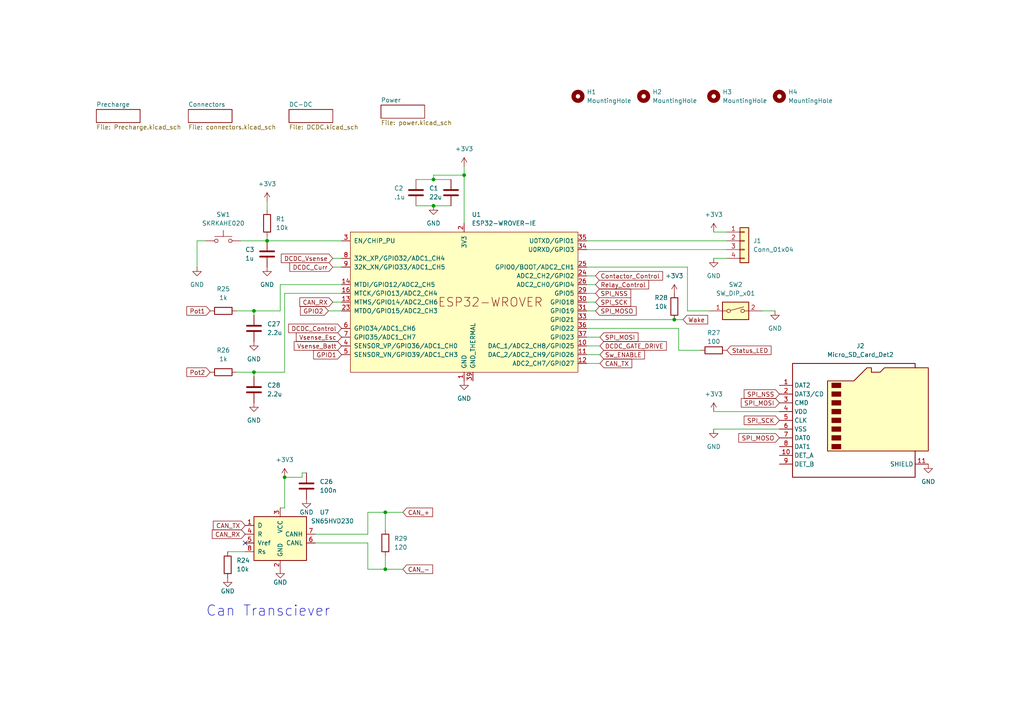
<source format=kicad_sch>
(kicad_sch (version 20230121) (generator eeschema)

  (uuid c4ed734f-176c-45d7-ab79-c9e7fb5edfed)

  (paper "A4")

  (lib_symbols
    (symbol "Connector:Micro_SD_Card_Det2" (in_bom yes) (on_board yes)
      (property "Reference" "J" (at -16.51 17.78 0)
        (effects (font (size 1.27 1.27)))
      )
      (property "Value" "Micro_SD_Card_Det2" (at 16.51 17.78 0)
        (effects (font (size 1.27 1.27)) (justify right))
      )
      (property "Footprint" "" (at 52.07 17.78 0)
        (effects (font (size 1.27 1.27)) hide)
      )
      (property "Datasheet" "https://www.hirose.com/en/product/document?clcode=&productname=&series=DM3&documenttype=Catalog&lang=en&documentid=D49662_en" (at 2.54 2.54 0)
        (effects (font (size 1.27 1.27)) hide)
      )
      (property "ki_keywords" "connector SD microsd" (at 0 0 0)
        (effects (font (size 1.27 1.27)) hide)
      )
      (property "ki_description" "Micro SD Card Socket with two card detection pins" (at 0 0 0)
        (effects (font (size 1.27 1.27)) hide)
      )
      (property "ki_fp_filters" "microSD*" (at 0 0 0)
        (effects (font (size 1.27 1.27)) hide)
      )
      (symbol "Micro_SD_Card_Det2_0_1"
        (rectangle (start -7.62 -6.985) (end -5.08 -8.255)
          (stroke (width 0.254) (type default))
          (fill (type outline))
        )
        (rectangle (start -7.62 -4.445) (end -5.08 -5.715)
          (stroke (width 0.254) (type default))
          (fill (type outline))
        )
        (rectangle (start -7.62 -1.905) (end -5.08 -3.175)
          (stroke (width 0.254) (type default))
          (fill (type outline))
        )
        (rectangle (start -7.62 0.635) (end -5.08 -0.635)
          (stroke (width 0.254) (type default))
          (fill (type outline))
        )
        (rectangle (start -7.62 3.175) (end -5.08 1.905)
          (stroke (width 0.254) (type default))
          (fill (type outline))
        )
        (rectangle (start -7.62 5.715) (end -5.08 4.445)
          (stroke (width 0.254) (type default))
          (fill (type outline))
        )
        (rectangle (start -7.62 8.255) (end -5.08 6.985)
          (stroke (width 0.254) (type default))
          (fill (type outline))
        )
        (rectangle (start -7.62 10.795) (end -5.08 9.525)
          (stroke (width 0.254) (type default))
          (fill (type outline))
        )
        (polyline
          (pts
            (xy 16.51 15.24)
            (xy 16.51 16.51)
            (xy -19.05 16.51)
            (xy -19.05 -16.51)
            (xy 16.51 -16.51)
            (xy 16.51 -8.89)
          )
          (stroke (width 0.254) (type default))
          (fill (type none))
        )
        (polyline
          (pts
            (xy -8.89 -8.89)
            (xy -8.89 11.43)
            (xy -1.27 11.43)
            (xy 2.54 15.24)
            (xy 3.81 15.24)
            (xy 3.81 13.97)
            (xy 6.35 13.97)
            (xy 7.62 15.24)
            (xy 20.32 15.24)
            (xy 20.32 -8.89)
            (xy -8.89 -8.89)
          )
          (stroke (width 0.254) (type default))
          (fill (type background))
        )
      )
      (symbol "Micro_SD_Card_Det2_1_1"
        (pin bidirectional line (at -22.86 10.16 0) (length 3.81)
          (name "DAT2" (effects (font (size 1.27 1.27))))
          (number "1" (effects (font (size 1.27 1.27))))
        )
        (pin passive line (at -22.86 -10.16 0) (length 3.81)
          (name "DET_A" (effects (font (size 1.27 1.27))))
          (number "10" (effects (font (size 1.27 1.27))))
        )
        (pin passive line (at 20.32 -12.7 180) (length 3.81)
          (name "SHIELD" (effects (font (size 1.27 1.27))))
          (number "11" (effects (font (size 1.27 1.27))))
        )
        (pin bidirectional line (at -22.86 7.62 0) (length 3.81)
          (name "DAT3/CD" (effects (font (size 1.27 1.27))))
          (number "2" (effects (font (size 1.27 1.27))))
        )
        (pin input line (at -22.86 5.08 0) (length 3.81)
          (name "CMD" (effects (font (size 1.27 1.27))))
          (number "3" (effects (font (size 1.27 1.27))))
        )
        (pin power_in line (at -22.86 2.54 0) (length 3.81)
          (name "VDD" (effects (font (size 1.27 1.27))))
          (number "4" (effects (font (size 1.27 1.27))))
        )
        (pin input line (at -22.86 0 0) (length 3.81)
          (name "CLK" (effects (font (size 1.27 1.27))))
          (number "5" (effects (font (size 1.27 1.27))))
        )
        (pin power_in line (at -22.86 -2.54 0) (length 3.81)
          (name "VSS" (effects (font (size 1.27 1.27))))
          (number "6" (effects (font (size 1.27 1.27))))
        )
        (pin bidirectional line (at -22.86 -5.08 0) (length 3.81)
          (name "DAT0" (effects (font (size 1.27 1.27))))
          (number "7" (effects (font (size 1.27 1.27))))
        )
        (pin bidirectional line (at -22.86 -7.62 0) (length 3.81)
          (name "DAT1" (effects (font (size 1.27 1.27))))
          (number "8" (effects (font (size 1.27 1.27))))
        )
        (pin passive line (at -22.86 -12.7 0) (length 3.81)
          (name "DET_B" (effects (font (size 1.27 1.27))))
          (number "9" (effects (font (size 1.27 1.27))))
        )
      )
    )
    (symbol "Connector_Generic:Conn_01x04" (pin_names (offset 1.016) hide) (in_bom yes) (on_board yes)
      (property "Reference" "J" (at 0 5.08 0)
        (effects (font (size 1.27 1.27)))
      )
      (property "Value" "Conn_01x04" (at 0 -7.62 0)
        (effects (font (size 1.27 1.27)))
      )
      (property "Footprint" "" (at 0 0 0)
        (effects (font (size 1.27 1.27)) hide)
      )
      (property "Datasheet" "~" (at 0 0 0)
        (effects (font (size 1.27 1.27)) hide)
      )
      (property "ki_keywords" "connector" (at 0 0 0)
        (effects (font (size 1.27 1.27)) hide)
      )
      (property "ki_description" "Generic connector, single row, 01x04, script generated (kicad-library-utils/schlib/autogen/connector/)" (at 0 0 0)
        (effects (font (size 1.27 1.27)) hide)
      )
      (property "ki_fp_filters" "Connector*:*_1x??_*" (at 0 0 0)
        (effects (font (size 1.27 1.27)) hide)
      )
      (symbol "Conn_01x04_1_1"
        (rectangle (start -1.27 -4.953) (end 0 -5.207)
          (stroke (width 0.1524) (type default))
          (fill (type none))
        )
        (rectangle (start -1.27 -2.413) (end 0 -2.667)
          (stroke (width 0.1524) (type default))
          (fill (type none))
        )
        (rectangle (start -1.27 0.127) (end 0 -0.127)
          (stroke (width 0.1524) (type default))
          (fill (type none))
        )
        (rectangle (start -1.27 2.667) (end 0 2.413)
          (stroke (width 0.1524) (type default))
          (fill (type none))
        )
        (rectangle (start -1.27 3.81) (end 1.27 -6.35)
          (stroke (width 0.254) (type default))
          (fill (type background))
        )
        (pin passive line (at -5.08 2.54 0) (length 3.81)
          (name "Pin_1" (effects (font (size 1.27 1.27))))
          (number "1" (effects (font (size 1.27 1.27))))
        )
        (pin passive line (at -5.08 0 0) (length 3.81)
          (name "Pin_2" (effects (font (size 1.27 1.27))))
          (number "2" (effects (font (size 1.27 1.27))))
        )
        (pin passive line (at -5.08 -2.54 0) (length 3.81)
          (name "Pin_3" (effects (font (size 1.27 1.27))))
          (number "3" (effects (font (size 1.27 1.27))))
        )
        (pin passive line (at -5.08 -5.08 0) (length 3.81)
          (name "Pin_4" (effects (font (size 1.27 1.27))))
          (number "4" (effects (font (size 1.27 1.27))))
        )
      )
    )
    (symbol "Device:C" (pin_numbers hide) (pin_names (offset 0.254)) (in_bom yes) (on_board yes)
      (property "Reference" "C" (at 0.635 2.54 0)
        (effects (font (size 1.27 1.27)) (justify left))
      )
      (property "Value" "C" (at 0.635 -2.54 0)
        (effects (font (size 1.27 1.27)) (justify left))
      )
      (property "Footprint" "" (at 0.9652 -3.81 0)
        (effects (font (size 1.27 1.27)) hide)
      )
      (property "Datasheet" "~" (at 0 0 0)
        (effects (font (size 1.27 1.27)) hide)
      )
      (property "ki_keywords" "cap capacitor" (at 0 0 0)
        (effects (font (size 1.27 1.27)) hide)
      )
      (property "ki_description" "Unpolarized capacitor" (at 0 0 0)
        (effects (font (size 1.27 1.27)) hide)
      )
      (property "ki_fp_filters" "C_*" (at 0 0 0)
        (effects (font (size 1.27 1.27)) hide)
      )
      (symbol "C_0_1"
        (polyline
          (pts
            (xy -2.032 -0.762)
            (xy 2.032 -0.762)
          )
          (stroke (width 0.508) (type default))
          (fill (type none))
        )
        (polyline
          (pts
            (xy -2.032 0.762)
            (xy 2.032 0.762)
          )
          (stroke (width 0.508) (type default))
          (fill (type none))
        )
      )
      (symbol "C_1_1"
        (pin passive line (at 0 3.81 270) (length 2.794)
          (name "~" (effects (font (size 1.27 1.27))))
          (number "1" (effects (font (size 1.27 1.27))))
        )
        (pin passive line (at 0 -3.81 90) (length 2.794)
          (name "~" (effects (font (size 1.27 1.27))))
          (number "2" (effects (font (size 1.27 1.27))))
        )
      )
    )
    (symbol "Device:R" (pin_numbers hide) (pin_names (offset 0)) (in_bom yes) (on_board yes)
      (property "Reference" "R" (at 2.032 0 90)
        (effects (font (size 1.27 1.27)))
      )
      (property "Value" "R" (at 0 0 90)
        (effects (font (size 1.27 1.27)))
      )
      (property "Footprint" "" (at -1.778 0 90)
        (effects (font (size 1.27 1.27)) hide)
      )
      (property "Datasheet" "~" (at 0 0 0)
        (effects (font (size 1.27 1.27)) hide)
      )
      (property "ki_keywords" "R res resistor" (at 0 0 0)
        (effects (font (size 1.27 1.27)) hide)
      )
      (property "ki_description" "Resistor" (at 0 0 0)
        (effects (font (size 1.27 1.27)) hide)
      )
      (property "ki_fp_filters" "R_*" (at 0 0 0)
        (effects (font (size 1.27 1.27)) hide)
      )
      (symbol "R_0_1"
        (rectangle (start -1.016 -2.54) (end 1.016 2.54)
          (stroke (width 0.254) (type default))
          (fill (type none))
        )
      )
      (symbol "R_1_1"
        (pin passive line (at 0 3.81 270) (length 1.27)
          (name "~" (effects (font (size 1.27 1.27))))
          (number "1" (effects (font (size 1.27 1.27))))
        )
        (pin passive line (at 0 -3.81 90) (length 1.27)
          (name "~" (effects (font (size 1.27 1.27))))
          (number "2" (effects (font (size 1.27 1.27))))
        )
      )
    )
    (symbol "ESP32:ESP32-WROVER-E" (pin_names (offset 1.016)) (in_bom yes) (on_board yes)
      (property "Reference" "U" (at -30.48 25.4 0)
        (effects (font (size 1.27 1.27)) (justify left))
      )
      (property "Value" "ESP32-WROVER-E" (at -30.48 22.86 0)
        (effects (font (size 1.27 1.27)) (justify left))
      )
      (property "Footprint" "PCM_Espressif:ESP32-WROVER-E" (at 2.54 -33.02 0)
        (effects (font (size 1.27 1.27)) hide)
      )
      (property "Datasheet" "https://www.espressif.com/sites/default/files/documentation/esp32-wrover-e_esp32-wrover-ie_datasheet_en.pdf" (at 2.54 -35.56 0)
        (effects (font (size 1.27 1.27)) hide)
      )
      (property "ki_keywords" "ESP32" (at 0 0 0)
        (effects (font (size 1.27 1.27)) hide)
      )
      (property "ki_description" "ESP32-WROVER-E and ESP32-WROVER-IE are two powerful, generic WiFi-BT-BLE MCU modules that target a wide variety of applications, ranging from low-power sensor networks to the most demanding tasks, such as voice encoding, music streaming and MP3 decoding. ESP32-WROVER-E comes with a PCB antenna, and ESP32-WROVER-IE with an IPEX antenna. They both featurea 4 MB external SPI flash and an additional 8 MB SPI Pseudo static RAM (PSRAM)." (at 0 0 0)
        (effects (font (size 1.27 1.27)) hide)
      )
      (symbol "ESP32-WROVER-E_0_1"
        (rectangle (start -33.02 20.32) (end 33.02 -20.32)
          (stroke (width 0) (type default))
          (fill (type background))
        )
      )
      (symbol "ESP32-WROVER-E_1_1"
        (text "ESP32-­WROVER" (at 7.62 0 0)
          (effects (font (size 2.54 2.54)))
        )
        (pin power_in line (at 0 -22.86 90) (length 2.54)
          (name "GND" (effects (font (size 1.27 1.27))))
          (number "1" (effects (font (size 1.27 1.27))))
        )
        (pin bidirectional line (at 35.56 -12.7 180) (length 2.54)
          (name "DAC_1/ADC2_CH8/GPIO25" (effects (font (size 1.27 1.27))))
          (number "10" (effects (font (size 1.27 1.27))))
        )
        (pin bidirectional line (at 35.56 -15.24 180) (length 2.54)
          (name "DAC_2/ADC2_CH9/GPIO26" (effects (font (size 1.27 1.27))))
          (number "11" (effects (font (size 1.27 1.27))))
        )
        (pin bidirectional line (at 35.56 -17.78 180) (length 2.54)
          (name "ADC2_CH7/GPIO27" (effects (font (size 1.27 1.27))))
          (number "12" (effects (font (size 1.27 1.27))))
        )
        (pin bidirectional line (at -35.56 0 0) (length 2.54)
          (name "MTMS/GPIO14/ADC2_CH6" (effects (font (size 1.27 1.27))))
          (number "13" (effects (font (size 1.27 1.27))))
        )
        (pin bidirectional line (at -35.56 5.08 0) (length 2.54)
          (name "MTDI/GPIO12/ADC2_CH5" (effects (font (size 1.27 1.27))))
          (number "14" (effects (font (size 1.27 1.27))))
        )
        (pin passive line (at 0 -22.86 90) (length 2.54) hide
          (name "GND" (effects (font (size 1.27 1.27))))
          (number "15" (effects (font (size 1.27 1.27))))
        )
        (pin bidirectional line (at -35.56 2.54 0) (length 2.54)
          (name "MTCK/GPIO13/ADC2_CH4" (effects (font (size 1.27 1.27))))
          (number "16" (effects (font (size 1.27 1.27))))
        )
        (pin power_in line (at 0 22.86 270) (length 2.54)
          (name "3V3" (effects (font (size 1.27 1.27))))
          (number "2" (effects (font (size 1.27 1.27))))
        )
        (pin bidirectional line (at -35.56 -2.54 0) (length 2.54)
          (name "MTDO/GPIO15/ADC2_CH3" (effects (font (size 1.27 1.27))))
          (number "23" (effects (font (size 1.27 1.27))))
        )
        (pin bidirectional line (at 35.56 7.62 180) (length 2.54)
          (name "ADC2_CH2/GPIO2" (effects (font (size 1.27 1.27))))
          (number "24" (effects (font (size 1.27 1.27))))
        )
        (pin bidirectional line (at 35.56 10.16 180) (length 2.54)
          (name "GPIO0/BOOT/ADC2_CH1" (effects (font (size 1.27 1.27))))
          (number "25" (effects (font (size 1.27 1.27))))
        )
        (pin bidirectional line (at 35.56 5.08 180) (length 2.54)
          (name "ADC2_CH0/GPIO4" (effects (font (size 1.27 1.27))))
          (number "26" (effects (font (size 1.27 1.27))))
        )
        (pin bidirectional line (at 35.56 2.54 180) (length 2.54)
          (name "GPIO5" (effects (font (size 1.27 1.27))))
          (number "29" (effects (font (size 1.27 1.27))))
        )
        (pin input line (at -35.56 17.78 0) (length 2.54)
          (name "EN/CHIP_PU" (effects (font (size 1.27 1.27))))
          (number "3" (effects (font (size 1.27 1.27))))
        )
        (pin bidirectional line (at 35.56 0 180) (length 2.54)
          (name "GPIO18" (effects (font (size 1.27 1.27))))
          (number "30" (effects (font (size 1.27 1.27))))
        )
        (pin bidirectional line (at 35.56 -2.54 180) (length 2.54)
          (name "GPIO19" (effects (font (size 1.27 1.27))))
          (number "31" (effects (font (size 1.27 1.27))))
        )
        (pin bidirectional line (at 35.56 -5.08 180) (length 2.54)
          (name "GPIO21" (effects (font (size 1.27 1.27))))
          (number "33" (effects (font (size 1.27 1.27))))
        )
        (pin bidirectional line (at 35.56 15.24 180) (length 2.54)
          (name "U0RXD/GPIO3" (effects (font (size 1.27 1.27))))
          (number "34" (effects (font (size 1.27 1.27))))
        )
        (pin bidirectional line (at 35.56 17.78 180) (length 2.54)
          (name "U0TXD/GPIO1" (effects (font (size 1.27 1.27))))
          (number "35" (effects (font (size 1.27 1.27))))
        )
        (pin bidirectional line (at 35.56 -7.62 180) (length 2.54)
          (name "GPIO22" (effects (font (size 1.27 1.27))))
          (number "36" (effects (font (size 1.27 1.27))))
        )
        (pin bidirectional line (at 35.56 -10.16 180) (length 2.54)
          (name "GPIO23" (effects (font (size 1.27 1.27))))
          (number "37" (effects (font (size 1.27 1.27))))
        )
        (pin passive line (at 0 -22.86 90) (length 2.54) hide
          (name "GND" (effects (font (size 1.27 1.27))))
          (number "38" (effects (font (size 1.27 1.27))))
        )
        (pin power_in line (at 2.54 -22.86 90) (length 2.54)
          (name "GND_THERMAL" (effects (font (size 1.27 1.27))))
          (number "39" (effects (font (size 1.27 1.27))))
        )
        (pin input line (at -35.56 -12.7 0) (length 2.54)
          (name "SENSOR_VP/GPIO36/ADC1_CH0" (effects (font (size 1.27 1.27))))
          (number "4" (effects (font (size 1.27 1.27))))
        )
        (pin input line (at -35.56 -15.24 0) (length 2.54)
          (name "SENSOR_VN/GPIO39/ADC1_CH3" (effects (font (size 1.27 1.27))))
          (number "5" (effects (font (size 1.27 1.27))))
        )
        (pin input line (at -35.56 -7.62 0) (length 2.54)
          (name "GPIO34/ADC1_CH6" (effects (font (size 1.27 1.27))))
          (number "6" (effects (font (size 1.27 1.27))))
        )
        (pin input line (at -35.56 -10.16 0) (length 2.54)
          (name "GPIO35/ADC1_CH7" (effects (font (size 1.27 1.27))))
          (number "7" (effects (font (size 1.27 1.27))))
        )
        (pin bidirectional line (at -35.56 12.7 0) (length 2.54)
          (name "32K_XP/GPIO32/ADC1_CH4" (effects (font (size 1.27 1.27))))
          (number "8" (effects (font (size 1.27 1.27))))
        )
        (pin bidirectional line (at -35.56 10.16 0) (length 2.54)
          (name "32K_XN/GPIO33/ADC1_CH5" (effects (font (size 1.27 1.27))))
          (number "9" (effects (font (size 1.27 1.27))))
        )
      )
    )
    (symbol "Interface_CAN_LIN:SN65HVD230" (pin_names (offset 1.016)) (in_bom yes) (on_board yes)
      (property "Reference" "U" (at -2.54 10.16 0)
        (effects (font (size 1.27 1.27)) (justify right))
      )
      (property "Value" "SN65HVD230" (at -2.54 7.62 0)
        (effects (font (size 1.27 1.27)) (justify right))
      )
      (property "Footprint" "Package_SO:SOIC-8_3.9x4.9mm_P1.27mm" (at 0 -12.7 0)
        (effects (font (size 1.27 1.27)) hide)
      )
      (property "Datasheet" "http://www.ti.com/lit/ds/symlink/sn65hvd230.pdf" (at -2.54 10.16 0)
        (effects (font (size 1.27 1.27)) hide)
      )
      (property "ki_keywords" "can transeiver ti low-power" (at 0 0 0)
        (effects (font (size 1.27 1.27)) hide)
      )
      (property "ki_description" "CAN Bus Transceivers, 3.3V, 1Mbps, Low-Power capabilities, SOIC-8" (at 0 0 0)
        (effects (font (size 1.27 1.27)) hide)
      )
      (property "ki_fp_filters" "SOIC*3.9x4.9mm*P1.27mm*" (at 0 0 0)
        (effects (font (size 1.27 1.27)) hide)
      )
      (symbol "SN65HVD230_0_1"
        (rectangle (start -7.62 5.08) (end 7.62 -7.62)
          (stroke (width 0.254) (type default))
          (fill (type background))
        )
      )
      (symbol "SN65HVD230_1_1"
        (pin input line (at -10.16 2.54 0) (length 2.54)
          (name "D" (effects (font (size 1.27 1.27))))
          (number "1" (effects (font (size 1.27 1.27))))
        )
        (pin power_in line (at 0 -10.16 90) (length 2.54)
          (name "GND" (effects (font (size 1.27 1.27))))
          (number "2" (effects (font (size 1.27 1.27))))
        )
        (pin power_in line (at 0 7.62 270) (length 2.54)
          (name "VCC" (effects (font (size 1.27 1.27))))
          (number "3" (effects (font (size 1.27 1.27))))
        )
        (pin output line (at -10.16 0 0) (length 2.54)
          (name "R" (effects (font (size 1.27 1.27))))
          (number "4" (effects (font (size 1.27 1.27))))
        )
        (pin output line (at -10.16 -2.54 0) (length 2.54)
          (name "Vref" (effects (font (size 1.27 1.27))))
          (number "5" (effects (font (size 1.27 1.27))))
        )
        (pin bidirectional line (at 10.16 -2.54 180) (length 2.54)
          (name "CANL" (effects (font (size 1.27 1.27))))
          (number "6" (effects (font (size 1.27 1.27))))
        )
        (pin bidirectional line (at 10.16 0 180) (length 2.54)
          (name "CANH" (effects (font (size 1.27 1.27))))
          (number "7" (effects (font (size 1.27 1.27))))
        )
        (pin input line (at -10.16 -5.08 0) (length 2.54)
          (name "Rs" (effects (font (size 1.27 1.27))))
          (number "8" (effects (font (size 1.27 1.27))))
        )
      )
    )
    (symbol "Mechanical:MountingHole" (pin_names (offset 1.016)) (in_bom yes) (on_board yes)
      (property "Reference" "H" (at 0 5.08 0)
        (effects (font (size 1.27 1.27)))
      )
      (property "Value" "MountingHole" (at 0 3.175 0)
        (effects (font (size 1.27 1.27)))
      )
      (property "Footprint" "" (at 0 0 0)
        (effects (font (size 1.27 1.27)) hide)
      )
      (property "Datasheet" "~" (at 0 0 0)
        (effects (font (size 1.27 1.27)) hide)
      )
      (property "ki_keywords" "mounting hole" (at 0 0 0)
        (effects (font (size 1.27 1.27)) hide)
      )
      (property "ki_description" "Mounting Hole without connection" (at 0 0 0)
        (effects (font (size 1.27 1.27)) hide)
      )
      (property "ki_fp_filters" "MountingHole*" (at 0 0 0)
        (effects (font (size 1.27 1.27)) hide)
      )
      (symbol "MountingHole_0_1"
        (circle (center 0 0) (radius 1.27)
          (stroke (width 1.27) (type default))
          (fill (type none))
        )
      )
    )
    (symbol "Switch:SW_DIP_x01" (pin_names (offset 0) hide) (in_bom yes) (on_board yes)
      (property "Reference" "SW" (at 0 3.81 0)
        (effects (font (size 1.27 1.27)))
      )
      (property "Value" "SW_DIP_x01" (at 0 -3.81 0)
        (effects (font (size 1.27 1.27)))
      )
      (property "Footprint" "" (at 0 0 0)
        (effects (font (size 1.27 1.27)) hide)
      )
      (property "Datasheet" "~" (at 0 0 0)
        (effects (font (size 1.27 1.27)) hide)
      )
      (property "ki_keywords" "dip switch" (at 0 0 0)
        (effects (font (size 1.27 1.27)) hide)
      )
      (property "ki_description" "1x DIP Switch, Single Pole Single Throw (SPST) switch, small symbol" (at 0 0 0)
        (effects (font (size 1.27 1.27)) hide)
      )
      (property "ki_fp_filters" "SW?DIP?x1*" (at 0 0 0)
        (effects (font (size 1.27 1.27)) hide)
      )
      (symbol "SW_DIP_x01_0_0"
        (circle (center -2.032 0) (radius 0.508)
          (stroke (width 0) (type default))
          (fill (type none))
        )
        (polyline
          (pts
            (xy -1.524 0.127)
            (xy 2.3622 1.1684)
          )
          (stroke (width 0) (type default))
          (fill (type none))
        )
        (circle (center 2.032 0) (radius 0.508)
          (stroke (width 0) (type default))
          (fill (type none))
        )
      )
      (symbol "SW_DIP_x01_0_1"
        (rectangle (start -3.81 2.54) (end 3.81 -2.54)
          (stroke (width 0.254) (type default))
          (fill (type background))
        )
      )
      (symbol "SW_DIP_x01_1_1"
        (pin passive line (at -7.62 0 0) (length 5.08)
          (name "~" (effects (font (size 1.27 1.27))))
          (number "1" (effects (font (size 1.27 1.27))))
        )
        (pin passive line (at 7.62 0 180) (length 5.08)
          (name "~" (effects (font (size 1.27 1.27))))
          (number "2" (effects (font (size 1.27 1.27))))
        )
      )
    )
    (symbol "Switch:SW_Push" (pin_numbers hide) (pin_names (offset 1.016) hide) (in_bom yes) (on_board yes)
      (property "Reference" "SW" (at 1.27 2.54 0)
        (effects (font (size 1.27 1.27)) (justify left))
      )
      (property "Value" "SW_Push" (at 0 -1.524 0)
        (effects (font (size 1.27 1.27)))
      )
      (property "Footprint" "" (at 0 5.08 0)
        (effects (font (size 1.27 1.27)) hide)
      )
      (property "Datasheet" "~" (at 0 5.08 0)
        (effects (font (size 1.27 1.27)) hide)
      )
      (property "ki_keywords" "switch normally-open pushbutton push-button" (at 0 0 0)
        (effects (font (size 1.27 1.27)) hide)
      )
      (property "ki_description" "Push button switch, generic, two pins" (at 0 0 0)
        (effects (font (size 1.27 1.27)) hide)
      )
      (symbol "SW_Push_0_1"
        (circle (center -2.032 0) (radius 0.508)
          (stroke (width 0) (type default))
          (fill (type none))
        )
        (polyline
          (pts
            (xy 0 1.27)
            (xy 0 3.048)
          )
          (stroke (width 0) (type default))
          (fill (type none))
        )
        (polyline
          (pts
            (xy 2.54 1.27)
            (xy -2.54 1.27)
          )
          (stroke (width 0) (type default))
          (fill (type none))
        )
        (circle (center 2.032 0) (radius 0.508)
          (stroke (width 0) (type default))
          (fill (type none))
        )
        (pin passive line (at -5.08 0 0) (length 2.54)
          (name "1" (effects (font (size 1.27 1.27))))
          (number "1" (effects (font (size 1.27 1.27))))
        )
        (pin passive line (at 5.08 0 180) (length 2.54)
          (name "2" (effects (font (size 1.27 1.27))))
          (number "2" (effects (font (size 1.27 1.27))))
        )
      )
    )
    (symbol "power:+3V3" (power) (pin_names (offset 0)) (in_bom yes) (on_board yes)
      (property "Reference" "#PWR" (at 0 -3.81 0)
        (effects (font (size 1.27 1.27)) hide)
      )
      (property "Value" "+3V3" (at 0 3.556 0)
        (effects (font (size 1.27 1.27)))
      )
      (property "Footprint" "" (at 0 0 0)
        (effects (font (size 1.27 1.27)) hide)
      )
      (property "Datasheet" "" (at 0 0 0)
        (effects (font (size 1.27 1.27)) hide)
      )
      (property "ki_keywords" "global power" (at 0 0 0)
        (effects (font (size 1.27 1.27)) hide)
      )
      (property "ki_description" "Power symbol creates a global label with name \"+3V3\"" (at 0 0 0)
        (effects (font (size 1.27 1.27)) hide)
      )
      (symbol "+3V3_0_1"
        (polyline
          (pts
            (xy -0.762 1.27)
            (xy 0 2.54)
          )
          (stroke (width 0) (type default))
          (fill (type none))
        )
        (polyline
          (pts
            (xy 0 0)
            (xy 0 2.54)
          )
          (stroke (width 0) (type default))
          (fill (type none))
        )
        (polyline
          (pts
            (xy 0 2.54)
            (xy 0.762 1.27)
          )
          (stroke (width 0) (type default))
          (fill (type none))
        )
      )
      (symbol "+3V3_1_1"
        (pin power_in line (at 0 0 90) (length 0) hide
          (name "+3V3" (effects (font (size 1.27 1.27))))
          (number "1" (effects (font (size 1.27 1.27))))
        )
      )
    )
    (symbol "power:GND" (power) (pin_names (offset 0)) (in_bom yes) (on_board yes)
      (property "Reference" "#PWR" (at 0 -6.35 0)
        (effects (font (size 1.27 1.27)) hide)
      )
      (property "Value" "GND" (at 0 -3.81 0)
        (effects (font (size 1.27 1.27)))
      )
      (property "Footprint" "" (at 0 0 0)
        (effects (font (size 1.27 1.27)) hide)
      )
      (property "Datasheet" "" (at 0 0 0)
        (effects (font (size 1.27 1.27)) hide)
      )
      (property "ki_keywords" "global power" (at 0 0 0)
        (effects (font (size 1.27 1.27)) hide)
      )
      (property "ki_description" "Power symbol creates a global label with name \"GND\" , ground" (at 0 0 0)
        (effects (font (size 1.27 1.27)) hide)
      )
      (symbol "GND_0_1"
        (polyline
          (pts
            (xy 0 0)
            (xy 0 -1.27)
            (xy 1.27 -1.27)
            (xy 0 -2.54)
            (xy -1.27 -1.27)
            (xy 0 -1.27)
          )
          (stroke (width 0) (type default))
          (fill (type none))
        )
      )
      (symbol "GND_1_1"
        (pin power_in line (at 0 0 270) (length 0) hide
          (name "GND" (effects (font (size 1.27 1.27))))
          (number "1" (effects (font (size 1.27 1.27))))
        )
      )
    )
  )

  (junction (at 73.66 90.17) (diameter 0) (color 0 0 0 0)
    (uuid 0b4b6b7c-95a8-4597-89e5-3792503b0a12)
  )
  (junction (at 111.76 165.1) (diameter 0) (color 0 0 0 0)
    (uuid 204d85b6-2c95-4fda-8b7a-09a5585b5afd)
  )
  (junction (at 82.55 138.43) (diameter 0) (color 0 0 0 0)
    (uuid 2235acaf-3bc0-4437-9728-4448611d0d87)
  )
  (junction (at 111.76 148.59) (diameter 0) (color 0 0 0 0)
    (uuid 30f1bc64-5e70-48d8-be36-fdae4e6192b3)
  )
  (junction (at 77.47 69.85) (diameter 0) (color 0 0 0 0)
    (uuid 31116a83-d08b-47dc-9b42-8a02b8d0a078)
  )
  (junction (at 73.66 107.95) (diameter 0) (color 0 0 0 0)
    (uuid 8f960aa8-e7d6-4462-ab3b-57ccd1253875)
  )
  (junction (at 125.73 52.07) (diameter 0) (color 0 0 0 0)
    (uuid 94189a9c-e280-4b68-98a0-b5805ec04330)
  )
  (junction (at 134.62 50.8) (diameter 0) (color 0 0 0 0)
    (uuid b04d2269-ca8c-4582-8ccc-13912d5862f4)
  )
  (junction (at 125.73 59.69) (diameter 0) (color 0 0 0 0)
    (uuid e18a6054-0d63-4552-8f92-429d39fa6eac)
  )
  (junction (at 195.58 92.71) (diameter 0) (color 0 0 0 0)
    (uuid fc549fa4-2754-4d40-9d44-e4c7019d3276)
  )

  (no_connect (at 71.12 157.48) (uuid e91a659a-8452-43b2-b23e-5878f6d7ea6a))

  (wire (pts (xy 77.47 68.58) (xy 77.47 69.85))
    (stroke (width 0) (type default))
    (uuid 00465379-2823-4d60-b165-cfb22c7a0625)
  )
  (wire (pts (xy 111.76 148.59) (xy 111.76 153.67))
    (stroke (width 0) (type default))
    (uuid 03a30de1-1d2c-41e4-bc74-fc2cfedc05df)
  )
  (wire (pts (xy 81.28 82.55) (xy 99.06 82.55))
    (stroke (width 0) (type default))
    (uuid 0559f746-2c12-493f-ad9d-0ccdc3a7bb37)
  )
  (wire (pts (xy 116.84 165.1) (xy 111.76 165.1))
    (stroke (width 0) (type default))
    (uuid 085a04a2-15e0-4ce7-82c8-c91115361018)
  )
  (wire (pts (xy 170.18 105.41) (xy 173.99 105.41))
    (stroke (width 0) (type default))
    (uuid 129de7cc-cbaf-4e0d-af9a-b015c25912e7)
  )
  (wire (pts (xy 57.15 77.47) (xy 57.15 69.85))
    (stroke (width 0) (type default))
    (uuid 1547bace-cd58-4c7b-976f-2e599dc12669)
  )
  (wire (pts (xy 170.18 72.39) (xy 210.82 72.39))
    (stroke (width 0) (type default))
    (uuid 1af93923-83e9-4aa4-9519-e1f2154b0572)
  )
  (wire (pts (xy 82.55 107.95) (xy 73.66 107.95))
    (stroke (width 0) (type default))
    (uuid 1d1662a4-72e6-4081-8f7a-64f03df2f99b)
  )
  (wire (pts (xy 81.28 82.55) (xy 81.28 90.17))
    (stroke (width 0) (type default))
    (uuid 1f6811ac-4894-4393-9c3c-09d28c91af65)
  )
  (wire (pts (xy 125.73 52.07) (xy 130.81 52.07))
    (stroke (width 0) (type default))
    (uuid 2349e319-bc08-4d99-b1d4-32f6b9ec84cd)
  )
  (wire (pts (xy 196.85 101.6) (xy 203.2 101.6))
    (stroke (width 0) (type default))
    (uuid 25efea52-57fe-4241-8717-9fc5272a923c)
  )
  (wire (pts (xy 134.62 50.8) (xy 134.62 64.77))
    (stroke (width 0) (type default))
    (uuid 2ab56501-22e2-47cc-a707-dc62f9e45b2b)
  )
  (wire (pts (xy 125.73 59.69) (xy 130.81 59.69))
    (stroke (width 0) (type default))
    (uuid 2ce6c692-c5bf-4a2d-8ca5-f0e6842eb8c7)
  )
  (wire (pts (xy 120.65 59.69) (xy 125.73 59.69))
    (stroke (width 0) (type default))
    (uuid 3b4ccaa3-0a6a-46be-b5a1-ddbac1e77a94)
  )
  (wire (pts (xy 106.68 165.1) (xy 106.68 157.48))
    (stroke (width 0) (type default))
    (uuid 446439ba-2dcc-489f-b181-a85fce83c143)
  )
  (wire (pts (xy 81.28 147.32) (xy 82.55 147.32))
    (stroke (width 0) (type default))
    (uuid 452bedb7-45d3-42b8-a1c9-dc821b4b54c5)
  )
  (wire (pts (xy 111.76 161.29) (xy 111.76 165.1))
    (stroke (width 0) (type default))
    (uuid 55fccc4e-f790-46c5-a0ff-ae44a35d6c9d)
  )
  (wire (pts (xy 170.18 80.01) (xy 172.72 80.01))
    (stroke (width 0) (type default))
    (uuid 5c308037-cf8c-4bcd-a44b-79c12297f6e6)
  )
  (wire (pts (xy 195.58 92.71) (xy 198.12 92.71))
    (stroke (width 0) (type default))
    (uuid 5cdbd66e-1931-4cb5-b7cc-c63f4ae4c9ea)
  )
  (wire (pts (xy 87.63 137.16) (xy 88.9 137.16))
    (stroke (width 0) (type default))
    (uuid 5d02466e-740e-4bc2-98f0-6713d59059dc)
  )
  (wire (pts (xy 87.63 137.16) (xy 87.63 138.43))
    (stroke (width 0) (type default))
    (uuid 60f6c193-4be5-4f70-9bc4-20c8c02610d2)
  )
  (wire (pts (xy 207.01 74.93) (xy 210.82 74.93))
    (stroke (width 0) (type default))
    (uuid 651e7b1e-d7cc-441b-941e-43c5e5c47496)
  )
  (wire (pts (xy 170.18 92.71) (xy 195.58 92.71))
    (stroke (width 0) (type default))
    (uuid 66790535-73bb-4039-9108-ae2441798a1e)
  )
  (wire (pts (xy 96.52 77.47) (xy 99.06 77.47))
    (stroke (width 0) (type default))
    (uuid 67b4de53-b91b-451a-afae-7dda2534a39a)
  )
  (wire (pts (xy 199.39 77.47) (xy 170.18 77.47))
    (stroke (width 0) (type default))
    (uuid 6cc9ffd9-7209-423e-ab12-09054f25d385)
  )
  (wire (pts (xy 111.76 148.59) (xy 106.68 148.59))
    (stroke (width 0) (type default))
    (uuid 71ca0ce8-b67e-4413-b7d0-0a9da4b406c4)
  )
  (wire (pts (xy 106.68 148.59) (xy 106.68 154.94))
    (stroke (width 0) (type default))
    (uuid 72a528fe-8066-4e70-a824-16a89c363457)
  )
  (wire (pts (xy 220.98 90.17) (xy 224.79 90.17))
    (stroke (width 0) (type default))
    (uuid 75cc009d-cfe5-45b5-ac9d-d0b2b72544f1)
  )
  (wire (pts (xy 173.99 102.87) (xy 170.18 102.87))
    (stroke (width 0) (type default))
    (uuid 771799e4-acb0-419d-879b-583e3165a8aa)
  )
  (wire (pts (xy 120.65 52.07) (xy 125.73 52.07))
    (stroke (width 0) (type default))
    (uuid 795f67fb-d5aa-4faf-a237-6182b3e904e3)
  )
  (wire (pts (xy 68.58 107.95) (xy 73.66 107.95))
    (stroke (width 0) (type default))
    (uuid 80cdd262-3435-48de-9525-3c3bc7799572)
  )
  (wire (pts (xy 66.04 160.02) (xy 71.12 160.02))
    (stroke (width 0) (type default))
    (uuid 8264b249-524b-4eae-80c6-d15854a7886c)
  )
  (wire (pts (xy 170.18 69.85) (xy 210.82 69.85))
    (stroke (width 0) (type default))
    (uuid 831defdd-88c0-4dd6-9ab7-c0b4def508f9)
  )
  (wire (pts (xy 99.06 85.09) (xy 82.55 85.09))
    (stroke (width 0) (type default))
    (uuid 841403a8-6a80-4d3c-9277-31b9fd52a1df)
  )
  (wire (pts (xy 95.25 90.17) (xy 99.06 90.17))
    (stroke (width 0) (type default))
    (uuid 8981d7f5-ad09-4070-b5a3-5312541f14ca)
  )
  (wire (pts (xy 207.01 67.31) (xy 210.82 67.31))
    (stroke (width 0) (type default))
    (uuid 8be84207-cba2-4cab-9afd-3efe5111806a)
  )
  (wire (pts (xy 77.47 69.85) (xy 99.06 69.85))
    (stroke (width 0) (type default))
    (uuid 8bf603a8-169d-4d3e-9de0-40e1ef65db0e)
  )
  (wire (pts (xy 82.55 147.32) (xy 82.55 138.43))
    (stroke (width 0) (type default))
    (uuid 8fb76bd8-7a6e-4a54-86bc-f878264f2b2b)
  )
  (wire (pts (xy 226.06 124.46) (xy 207.01 124.46))
    (stroke (width 0) (type default))
    (uuid 9288fe73-3055-4451-bdc7-b5d46092f1de)
  )
  (wire (pts (xy 106.68 157.48) (xy 91.44 157.48))
    (stroke (width 0) (type default))
    (uuid 9c25efcb-21ae-4dae-8712-dd717866732d)
  )
  (wire (pts (xy 57.15 69.85) (xy 59.69 69.85))
    (stroke (width 0) (type default))
    (uuid 9fa36b3e-2227-45ab-97cd-7ff0804f4b4b)
  )
  (wire (pts (xy 196.85 95.25) (xy 196.85 101.6))
    (stroke (width 0) (type default))
    (uuid a269126b-4fea-49ca-8c5d-07d2305a9738)
  )
  (wire (pts (xy 226.06 119.38) (xy 207.01 119.38))
    (stroke (width 0) (type default))
    (uuid a45be73c-a365-4a5f-9612-4b3c6e6018ac)
  )
  (wire (pts (xy 87.63 138.43) (xy 82.55 138.43))
    (stroke (width 0) (type default))
    (uuid a94a3ceb-51ac-4a3d-9c39-9e458f355f5e)
  )
  (wire (pts (xy 111.76 165.1) (xy 106.68 165.1))
    (stroke (width 0) (type default))
    (uuid aa6b2773-1fa0-49a1-bfe5-ed5641dd96a5)
  )
  (wire (pts (xy 82.55 85.09) (xy 82.55 107.95))
    (stroke (width 0) (type default))
    (uuid ad881532-3881-4bfb-974f-7cebb6aa3b49)
  )
  (wire (pts (xy 106.68 154.94) (xy 91.44 154.94))
    (stroke (width 0) (type default))
    (uuid afbd38c0-9432-469b-9f10-c48f01b4aae7)
  )
  (wire (pts (xy 73.66 109.22) (xy 73.66 107.95))
    (stroke (width 0) (type default))
    (uuid b1998b8d-721b-41a2-9989-5fbbaf70add0)
  )
  (wire (pts (xy 96.52 87.63) (xy 99.06 87.63))
    (stroke (width 0) (type default))
    (uuid b1c301e2-13ea-48a5-b9f0-ecc3c2e24e55)
  )
  (wire (pts (xy 73.66 91.44) (xy 73.66 90.17))
    (stroke (width 0) (type default))
    (uuid b4211953-733d-4e59-b412-ba7f56d87b0f)
  )
  (wire (pts (xy 96.52 74.93) (xy 99.06 74.93))
    (stroke (width 0) (type default))
    (uuid b460953b-fa8a-4e04-b5df-76a9b47671ed)
  )
  (wire (pts (xy 170.18 90.17) (xy 172.72 90.17))
    (stroke (width 0) (type default))
    (uuid bb1b70fc-c7ed-4531-85e8-299f5acee539)
  )
  (wire (pts (xy 125.73 50.8) (xy 125.73 52.07))
    (stroke (width 0) (type default))
    (uuid c5457059-67f9-44c6-a531-e42201b42cd8)
  )
  (wire (pts (xy 205.74 90.17) (xy 199.39 90.17))
    (stroke (width 0) (type default))
    (uuid c6f1ac34-e86f-4937-b0d1-26520f5c81af)
  )
  (wire (pts (xy 170.18 95.25) (xy 196.85 95.25))
    (stroke (width 0) (type default))
    (uuid ce45ddea-050c-4af7-a512-bbc74bbe744d)
  )
  (wire (pts (xy 81.28 90.17) (xy 73.66 90.17))
    (stroke (width 0) (type default))
    (uuid cee572df-8bca-4e27-9baf-b3aa9f6dac34)
  )
  (wire (pts (xy 68.58 90.17) (xy 73.66 90.17))
    (stroke (width 0) (type default))
    (uuid d682ce36-63f4-4c38-969f-c638a2b2c629)
  )
  (wire (pts (xy 134.62 48.26) (xy 134.62 50.8))
    (stroke (width 0) (type default))
    (uuid d7cdac05-6785-4be8-acfc-682ee957894e)
  )
  (wire (pts (xy 199.39 90.17) (xy 199.39 77.47))
    (stroke (width 0) (type default))
    (uuid e04d223b-c353-4883-bf88-dd29c5b018b1)
  )
  (wire (pts (xy 116.84 148.59) (xy 111.76 148.59))
    (stroke (width 0) (type default))
    (uuid e4a6ad6e-6dbc-4450-9ea8-69764a69fb6b)
  )
  (wire (pts (xy 173.99 100.33) (xy 170.18 100.33))
    (stroke (width 0) (type default))
    (uuid e9297294-d8b3-408e-a871-9645b7eca4dd)
  )
  (wire (pts (xy 125.73 50.8) (xy 134.62 50.8))
    (stroke (width 0) (type default))
    (uuid ea3f3128-6706-420c-baf0-a30ed1a1482a)
  )
  (wire (pts (xy 170.18 82.55) (xy 172.72 82.55))
    (stroke (width 0) (type default))
    (uuid eb522770-3719-4c42-b712-7817cb0cbfe2)
  )
  (wire (pts (xy 170.18 87.63) (xy 172.72 87.63))
    (stroke (width 0) (type default))
    (uuid eff8a2f9-693d-48f8-a8fe-bf2013ab9904)
  )
  (wire (pts (xy 77.47 58.42) (xy 77.47 60.96))
    (stroke (width 0) (type default))
    (uuid f0070809-ad71-4436-81e3-b6b914d80dd1)
  )
  (wire (pts (xy 170.18 97.79) (xy 173.99 97.79))
    (stroke (width 0) (type default))
    (uuid f0ff9047-b421-4d98-9596-db302e4a45c8)
  )
  (wire (pts (xy 170.18 85.09) (xy 172.72 85.09))
    (stroke (width 0) (type default))
    (uuid f5cea4b1-f81c-4f96-8b57-28458a7edeb3)
  )
  (wire (pts (xy 69.85 69.85) (xy 77.47 69.85))
    (stroke (width 0) (type default))
    (uuid fd34ad48-7e08-4c36-b7da-073d7054048c)
  )

  (text "Can Transciever" (at 59.69 179.07 0)
    (effects (font (size 3 3)) (justify left bottom))
    (uuid aca5e641-6cc6-46d6-b487-c2f92e8c5fd8)
  )

  (global_label "DCDC_Curr" (shape input) (at 96.52 77.47 180) (fields_autoplaced)
    (effects (font (size 1.27 1.27)) (justify right))
    (uuid 065aa918-ce6b-4b56-bf9e-f2350b7335a1)
    (property "Intersheetrefs" "${INTERSHEET_REFS}" (at 83.4958 77.47 0)
      (effects (font (size 1.27 1.27)) (justify right) hide)
    )
  )
  (global_label "SPI_MOSO" (shape input) (at 172.72 90.17 0) (fields_autoplaced)
    (effects (font (size 1.27 1.27)) (justify left))
    (uuid 2f7ea166-2168-421b-b49b-e7c821afa2bc)
    (property "Intersheetrefs" "${INTERSHEET_REFS}" (at 185.079 90.17 0)
      (effects (font (size 1.27 1.27)) (justify left) hide)
    )
  )
  (global_label "Vsense_Batt" (shape input) (at 99.06 100.33 180) (fields_autoplaced)
    (effects (font (size 1.27 1.27)) (justify right))
    (uuid 3e2a5fe6-57be-4f52-9788-8702303988e1)
    (property "Intersheetrefs" "${INTERSHEET_REFS}" (at 84.7658 100.33 0)
      (effects (font (size 1.27 1.27)) (justify right) hide)
    )
  )
  (global_label "Sw_ENABLE" (shape input) (at 173.99 102.87 0) (fields_autoplaced)
    (effects (font (size 1.27 1.27)) (justify left))
    (uuid 41d2eae8-3c4b-4ecf-872c-2c957cfb3c75)
    (property "Intersheetrefs" "${INTERSHEET_REFS}" (at 187.498 102.87 0)
      (effects (font (size 1.27 1.27)) (justify left) hide)
    )
  )
  (global_label "SPI_MOSI" (shape input) (at 173.99 97.79 0) (fields_autoplaced)
    (effects (font (size 1.27 1.27)) (justify left))
    (uuid 486b1f57-60eb-4998-a7a9-7e0ec826f8d0)
    (property "Intersheetrefs" "${INTERSHEET_REFS}" (at 185.6233 97.79 0)
      (effects (font (size 1.27 1.27)) (justify left) hide)
    )
  )
  (global_label "GPIO1" (shape input) (at 99.06 102.87 180) (fields_autoplaced)
    (effects (font (size 1.27 1.27)) (justify right))
    (uuid 57908224-efb0-4b75-a880-bfcc8ef9bf5c)
    (property "Intersheetrefs" "${INTERSHEET_REFS}" (at 90.39 102.87 0)
      (effects (font (size 1.27 1.27)) (justify right) hide)
    )
  )
  (global_label "SPI_MOSI" (shape input) (at 226.06 116.84 180) (fields_autoplaced)
    (effects (font (size 1.27 1.27)) (justify right))
    (uuid 690d14e2-d79f-4a8f-a1d8-235608aceef4)
    (property "Intersheetrefs" "${INTERSHEET_REFS}" (at 214.4267 116.84 0)
      (effects (font (size 1.27 1.27)) (justify right) hide)
    )
  )
  (global_label "SPI_NSS" (shape input) (at 172.72 85.09 0) (fields_autoplaced)
    (effects (font (size 1.27 1.27)) (justify left))
    (uuid 7180fdb2-3284-44eb-b0db-f6c41106dbbd)
    (property "Intersheetrefs" "${INTERSHEET_REFS}" (at 183.5066 85.09 0)
      (effects (font (size 1.27 1.27)) (justify left) hide)
    )
  )
  (global_label "DCDC_Vsense" (shape input) (at 96.52 74.93 180) (fields_autoplaced)
    (effects (font (size 1.27 1.27)) (justify right))
    (uuid 7685c97f-b70b-44d7-a35e-ba0b0f728ebe)
    (property "Intersheetrefs" "${INTERSHEET_REFS}" (at 81.0162 74.93 0)
      (effects (font (size 1.27 1.27)) (justify right) hide)
    )
  )
  (global_label "DCDC_Control" (shape input) (at 99.06 95.25 180) (fields_autoplaced)
    (effects (font (size 1.27 1.27)) (justify right))
    (uuid 774bccb7-762c-4e57-808b-d849d50beda9)
    (property "Intersheetrefs" "${INTERSHEET_REFS}" (at 83.1331 95.25 0)
      (effects (font (size 1.27 1.27)) (justify right) hide)
    )
  )
  (global_label "CAN_RX" (shape input) (at 71.12 154.94 180) (fields_autoplaced)
    (effects (font (size 1.27 1.27)) (justify right))
    (uuid 7d9022a2-61fc-44de-a9c7-fc447db9b82b)
    (property "Intersheetrefs" "${INTERSHEET_REFS}" (at 60.9986 154.94 0)
      (effects (font (size 1.27 1.27)) (justify right) hide)
    )
  )
  (global_label "Wake" (shape input) (at 198.12 92.71 0) (fields_autoplaced)
    (effects (font (size 1.27 1.27)) (justify left))
    (uuid 7f69ecc4-22c3-4197-8df5-b638376e6b5a)
    (property "Intersheetrefs" "${INTERSHEET_REFS}" (at 205.8223 92.71 0)
      (effects (font (size 1.27 1.27)) (justify left) hide)
    )
  )
  (global_label "Contactor_Control" (shape input) (at 172.72 80.01 0) (fields_autoplaced)
    (effects (font (size 1.27 1.27)) (justify left))
    (uuid 832c094f-7248-42a6-9dc6-be2f779b1bd8)
    (property "Intersheetrefs" "${INTERSHEET_REFS}" (at 192.7591 80.01 0)
      (effects (font (size 1.27 1.27)) (justify left) hide)
    )
  )
  (global_label "CAN_-" (shape input) (at 116.84 165.1 0) (fields_autoplaced)
    (effects (font (size 1.27 1.27)) (justify left))
    (uuid 85ef2da1-892d-447d-ac10-844eabd6138b)
    (property "Intersheetrefs" "${INTERSHEET_REFS}" (at 126.0543 165.1 0)
      (effects (font (size 1.27 1.27)) (justify left) hide)
    )
  )
  (global_label "CAN_+" (shape input) (at 116.84 148.59 0) (fields_autoplaced)
    (effects (font (size 1.27 1.27)) (justify left))
    (uuid 8f08a23f-c42b-45a1-bb36-c4db24442240)
    (property "Intersheetrefs" "${INTERSHEET_REFS}" (at 126.0543 148.59 0)
      (effects (font (size 1.27 1.27)) (justify left) hide)
    )
  )
  (global_label "SPI_MOSO" (shape input) (at 226.06 127 180) (fields_autoplaced)
    (effects (font (size 1.27 1.27)) (justify right))
    (uuid 9836ed4f-d7f1-447c-a807-1ef1cddf40bb)
    (property "Intersheetrefs" "${INTERSHEET_REFS}" (at 213.701 127 0)
      (effects (font (size 1.27 1.27)) (justify right) hide)
    )
  )
  (global_label "CAN_RX" (shape input) (at 96.52 87.63 180) (fields_autoplaced)
    (effects (font (size 1.27 1.27)) (justify right))
    (uuid ad91e63f-4bb1-4ee8-b9fd-d59877bc24c4)
    (property "Intersheetrefs" "${INTERSHEET_REFS}" (at 86.3986 87.63 0)
      (effects (font (size 1.27 1.27)) (justify right) hide)
    )
  )
  (global_label "GPIO2" (shape input) (at 95.25 90.17 180) (fields_autoplaced)
    (effects (font (size 1.27 1.27)) (justify right))
    (uuid b404a0e9-9161-4ab4-8c26-1a7805bde836)
    (property "Intersheetrefs" "${INTERSHEET_REFS}" (at 86.58 90.17 0)
      (effects (font (size 1.27 1.27)) (justify right) hide)
    )
  )
  (global_label "Status_LED" (shape input) (at 210.82 101.6 0) (fields_autoplaced)
    (effects (font (size 1.27 1.27)) (justify left))
    (uuid b7a41e21-0e4e-4f6c-87c2-dd36bd5b9dd8)
    (property "Intersheetrefs" "${INTERSHEET_REFS}" (at 224.2069 101.6 0)
      (effects (font (size 1.27 1.27)) (justify left) hide)
    )
  )
  (global_label "Relay_Control" (shape input) (at 172.72 82.55 0) (fields_autoplaced)
    (effects (font (size 1.27 1.27)) (justify left))
    (uuid c17b6aee-0324-44da-ad4b-f5ec831a50b3)
    (property "Intersheetrefs" "${INTERSHEET_REFS}" (at 188.7073 82.55 0)
      (effects (font (size 1.27 1.27)) (justify left) hide)
    )
  )
  (global_label "CAN_TX" (shape input) (at 173.99 105.41 0) (fields_autoplaced)
    (effects (font (size 1.27 1.27)) (justify left))
    (uuid c70bab98-f98f-464d-8e7e-8c2c6cbf1d7b)
    (property "Intersheetrefs" "${INTERSHEET_REFS}" (at 183.809 105.41 0)
      (effects (font (size 1.27 1.27)) (justify left) hide)
    )
  )
  (global_label "CAN_TX" (shape input) (at 71.12 152.4 180) (fields_autoplaced)
    (effects (font (size 1.27 1.27)) (justify right))
    (uuid cb864ed2-1123-4068-9fa1-214758e32bc7)
    (property "Intersheetrefs" "${INTERSHEET_REFS}" (at 61.301 152.4 0)
      (effects (font (size 1.27 1.27)) (justify right) hide)
    )
  )
  (global_label "SPI_NSS" (shape input) (at 226.06 114.3 180) (fields_autoplaced)
    (effects (font (size 1.27 1.27)) (justify right))
    (uuid d009385a-8e84-42b8-8b90-b464eb36fcf1)
    (property "Intersheetrefs" "${INTERSHEET_REFS}" (at 215.2734 114.3 0)
      (effects (font (size 1.27 1.27)) (justify right) hide)
    )
  )
  (global_label "DCDC_GATE_DRIVE" (shape input) (at 173.99 100.33 0) (fields_autoplaced)
    (effects (font (size 1.27 1.27)) (justify left))
    (uuid d101f7fa-2e54-4c9d-ab16-9e22306f9b9f)
    (property "Intersheetrefs" "${INTERSHEET_REFS}" (at 193.848 100.33 0)
      (effects (font (size 1.27 1.27)) (justify left) hide)
    )
  )
  (global_label "SPI_SCK" (shape input) (at 172.72 87.63 0) (fields_autoplaced)
    (effects (font (size 1.27 1.27)) (justify left))
    (uuid e3bd9d15-7402-43c9-bc25-a2bc231cef28)
    (property "Intersheetrefs" "${INTERSHEET_REFS}" (at 183.5066 87.63 0)
      (effects (font (size 1.27 1.27)) (justify left) hide)
    )
  )
  (global_label "Pot2" (shape input) (at 60.96 107.95 180) (fields_autoplaced)
    (effects (font (size 1.27 1.27)) (justify right))
    (uuid efdceb80-0c26-4c20-90ec-1fafb5021701)
    (property "Intersheetrefs" "${INTERSHEET_REFS}" (at 53.6206 107.95 0)
      (effects (font (size 1.27 1.27)) (justify right) hide)
    )
  )
  (global_label "SPI_SCK" (shape input) (at 226.06 121.92 180) (fields_autoplaced)
    (effects (font (size 1.27 1.27)) (justify right))
    (uuid f39109e0-53d5-4b1b-b7c1-d8011a770f20)
    (property "Intersheetrefs" "${INTERSHEET_REFS}" (at 215.2734 121.92 0)
      (effects (font (size 1.27 1.27)) (justify right) hide)
    )
  )
  (global_label "Pot1" (shape input) (at 60.96 90.17 180) (fields_autoplaced)
    (effects (font (size 1.27 1.27)) (justify right))
    (uuid f84b4a89-a88f-4040-ba49-a74bbe7361a9)
    (property "Intersheetrefs" "${INTERSHEET_REFS}" (at 53.6206 90.17 0)
      (effects (font (size 1.27 1.27)) (justify right) hide)
    )
  )
  (global_label "Vsense_Esc" (shape input) (at 99.06 97.79 180) (fields_autoplaced)
    (effects (font (size 1.27 1.27)) (justify right))
    (uuid fe375787-9e4a-4926-b947-4144d1ff3c36)
    (property "Intersheetrefs" "${INTERSHEET_REFS}" (at 85.3705 97.79 0)
      (effects (font (size 1.27 1.27)) (justify right) hide)
    )
  )

  (symbol (lib_id "power:+3V3") (at 207.01 119.38 0) (unit 1)
    (in_bom yes) (on_board yes) (dnp no) (fields_autoplaced)
    (uuid 02ab58f2-ca87-425f-b062-83b606bd97b7)
    (property "Reference" "#PWR085" (at 207.01 123.19 0)
      (effects (font (size 1.27 1.27)) hide)
    )
    (property "Value" "+3V3" (at 207.01 114.3 0)
      (effects (font (size 1.27 1.27)))
    )
    (property "Footprint" "" (at 207.01 119.38 0)
      (effects (font (size 1.27 1.27)) hide)
    )
    (property "Datasheet" "" (at 207.01 119.38 0)
      (effects (font (size 1.27 1.27)) hide)
    )
    (pin "1" (uuid e174e887-e7f4-4ac4-b227-41b02a587a03))
    (instances
      (project "BOAT_PRECHARGE"
        (path "/c4ed734f-176c-45d7-ab79-c9e7fb5edfed"
          (reference "#PWR085") (unit 1)
        )
      )
    )
  )

  (symbol (lib_id "Connector:Micro_SD_Card_Det2") (at 248.92 121.92 0) (unit 1)
    (in_bom yes) (on_board yes) (dnp no)
    (uuid 05b65419-d7d4-418a-968a-f381759f35ea)
    (property "Reference" "J4" (at 249.555 100.33 0)
      (effects (font (size 1.27 1.27)))
    )
    (property "Value" "Micro_SD_Card_Det2" (at 249.555 102.87 0)
      (effects (font (size 1.27 1.27)))
    )
    (property "Footprint" "Connector_Card:microSD_HC_Hirose_DM3D-SF" (at 300.99 104.14 0)
      (effects (font (size 1.27 1.27)) hide)
    )
    (property "Datasheet" "https://www.hirose.com/en/product/document?clcode=&productname=&series=DM3&documenttype=Catalog&lang=en&documentid=D49662_en" (at 251.46 119.38 0)
      (effects (font (size 1.27 1.27)) hide)
    )
    (property "MANUFACTURER" "Hirose" (at 248.92 121.92 0)
      (effects (font (size 1.27 1.27)) hide)
    )
    (property "MP" "DM3D-SF" (at 248.92 121.92 0)
      (effects (font (size 1.27 1.27)) hide)
    )
    (property "Price" "1.83" (at 248.92 121.92 0)
      (effects (font (size 1.27 1.27)) hide)
    )
    (property "Purchase-URL" "https://www.digikey.com/en/products/detail/hirose-electric-co-ltd/dm3d-sf/1786510" (at 248.92 121.92 0)
      (effects (font (size 1.27 1.27)) hide)
    )
    (pin "1" (uuid 778892a9-6052-474a-b6fd-c82bd71f3b8d))
    (pin "3" (uuid 50a32e79-038d-431a-94ee-d17cc3d298b3))
    (pin "4" (uuid cd850c6c-16a4-4157-b25d-2f44d2b546a0))
    (pin "9" (uuid 390d40fb-fcfe-4737-9ba2-53323626963d))
    (pin "11" (uuid 0bf4575f-236f-4692-b47c-6afaa7850577))
    (pin "5" (uuid 4ea4b956-a4e4-4bf9-8282-4b4798081047))
    (pin "6" (uuid 648a1cfa-2c7d-4b72-b004-70209184cec4))
    (pin "8" (uuid a55051d1-4faf-478c-9289-0e02aef59fee))
    (pin "10" (uuid 17852053-8430-4975-9f94-ebb01b77b9aa))
    (pin "7" (uuid 06e47f61-a460-4344-bd83-76685ed57651))
    (pin "2" (uuid e72dad0c-552d-4703-883c-1b7d89ca3bcb))
    (instances
      (project "Baja_ECVT_controller"
        (path "/c079eab7-726a-471f-be62-709191f368a5"
          (reference "J4") (unit 1)
        )
      )
      (project "BOAT_PRECHARGE"
        (path "/c4ed734f-176c-45d7-ab79-c9e7fb5edfed"
          (reference "J2") (unit 1)
        )
      )
    )
  )

  (symbol (lib_id "Device:R") (at 64.77 107.95 90) (unit 1)
    (in_bom yes) (on_board yes) (dnp no) (fields_autoplaced)
    (uuid 083537ae-7564-409a-9c3e-69f084976921)
    (property "Reference" "R27" (at 64.77 101.6 90)
      (effects (font (size 1.27 1.27)))
    )
    (property "Value" "1k" (at 64.77 104.14 90)
      (effects (font (size 1.27 1.27)))
    )
    (property "Footprint" "Resistor_SMD:R_0402_1005Metric" (at 64.77 109.728 90)
      (effects (font (size 1.27 1.27)) hide)
    )
    (property "Datasheet" "~" (at 64.77 107.95 0)
      (effects (font (size 1.27 1.27)) hide)
    )
    (property "Price" ".10" (at 64.77 107.95 0)
      (effects (font (size 1.27 1.27)) hide)
    )
    (pin "1" (uuid f84c9fec-118e-4429-9b3f-f6bdec905df3))
    (pin "2" (uuid 8eb2c08e-8676-4b82-b535-fa02f314b3f3))
    (instances
      (project "Baja_ECVT_controller"
        (path "/c079eab7-726a-471f-be62-709191f368a5"
          (reference "R27") (unit 1)
        )
      )
      (project "BOAT_PRECHARGE"
        (path "/c4ed734f-176c-45d7-ab79-c9e7fb5edfed"
          (reference "R26") (unit 1)
        )
      )
    )
  )

  (symbol (lib_id "Device:C") (at 88.9 140.97 0) (unit 1)
    (in_bom yes) (on_board yes) (dnp no) (fields_autoplaced)
    (uuid 0be77194-5f44-4af1-abd5-d86884f8857e)
    (property "Reference" "C24" (at 92.71 139.7 0)
      (effects (font (size 1.27 1.27)) (justify left))
    )
    (property "Value" "100n" (at 92.71 142.24 0)
      (effects (font (size 1.27 1.27)) (justify left))
    )
    (property "Footprint" "Capacitor_SMD:C_0603_1608Metric" (at 89.8652 144.78 0)
      (effects (font (size 1.27 1.27)) hide)
    )
    (property "Datasheet" "~" (at 88.9 140.97 0)
      (effects (font (size 1.27 1.27)) hide)
    )
    (property "MANUFACTURER" "YAGEO" (at 88.9 140.97 0)
      (effects (font (size 1.27 1.27)) hide)
    )
    (property "MP" "CC0603KRX7R7BB104" (at 88.9 140.97 0)
      (effects (font (size 1.27 1.27)) hide)
    )
    (property "Price" ".10" (at 88.9 140.97 0)
      (effects (font (size 1.27 1.27)) hide)
    )
    (property "Purchase-URL" "https://www.digikey.com/en/products/detail/yageo/CC0603KRX7R7BB104/302822" (at 88.9 140.97 0)
      (effects (font (size 1.27 1.27)) hide)
    )
    (pin "1" (uuid b124aa09-47e2-4752-b137-9046be72b281))
    (pin "2" (uuid 49302373-7758-4fd9-b06b-e34ff1e23718))
    (instances
      (project "BOAT_PRECHARGE"
        (path "/c4ed734f-176c-45d7-ab79-c9e7fb5edfed/f99c2136-de3a-4668-9b1c-1f764092685b"
          (reference "C24") (unit 1)
        )
        (path "/c4ed734f-176c-45d7-ab79-c9e7fb5edfed"
          (reference "C26") (unit 1)
        )
      )
    )
  )

  (symbol (lib_id "power:GND") (at 269.24 134.62 0) (mirror y) (unit 1)
    (in_bom yes) (on_board yes) (dnp no) (fields_autoplaced)
    (uuid 1806aa8c-1031-44cc-985a-0088054ffd45)
    (property "Reference" "#PWR057" (at 269.24 140.97 0)
      (effects (font (size 1.27 1.27)) hide)
    )
    (property "Value" "GND" (at 269.24 139.7 0)
      (effects (font (size 1.27 1.27)))
    )
    (property "Footprint" "" (at 269.24 134.62 0)
      (effects (font (size 1.27 1.27)) hide)
    )
    (property "Datasheet" "" (at 269.24 134.62 0)
      (effects (font (size 1.27 1.27)) hide)
    )
    (pin "1" (uuid a44d6caf-f840-4cae-97c2-7b4cb3683217))
    (instances
      (project "Baja_ECVT_controller"
        (path "/c079eab7-726a-471f-be62-709191f368a5"
          (reference "#PWR057") (unit 1)
        )
      )
      (project "BOAT_PRECHARGE"
        (path "/c4ed734f-176c-45d7-ab79-c9e7fb5edfed"
          (reference "#PWR068") (unit 1)
        )
      )
    )
  )

  (symbol (lib_id "power:GND") (at 207.01 124.46 0) (mirror y) (unit 1)
    (in_bom yes) (on_board yes) (dnp no) (fields_autoplaced)
    (uuid 29bee22c-d06e-4a48-84c9-22f058297c1f)
    (property "Reference" "#PWR084" (at 207.01 130.81 0)
      (effects (font (size 1.27 1.27)) hide)
    )
    (property "Value" "GND" (at 207.01 129.54 0)
      (effects (font (size 1.27 1.27)))
    )
    (property "Footprint" "" (at 207.01 124.46 0)
      (effects (font (size 1.27 1.27)) hide)
    )
    (property "Datasheet" "" (at 207.01 124.46 0)
      (effects (font (size 1.27 1.27)) hide)
    )
    (pin "1" (uuid c7185b4b-7bfb-45a8-a541-07f05a240096))
    (instances
      (project "Baja_ECVT_controller"
        (path "/c079eab7-726a-471f-be62-709191f368a5"
          (reference "#PWR084") (unit 1)
        )
      )
      (project "BOAT_PRECHARGE"
        (path "/c4ed734f-176c-45d7-ab79-c9e7fb5edfed"
          (reference "#PWR070") (unit 1)
        )
      )
    )
  )

  (symbol (lib_id "Device:R") (at 66.04 163.83 0) (unit 1)
    (in_bom yes) (on_board yes) (dnp no) (fields_autoplaced)
    (uuid 3be24170-f923-492b-85ee-ffa939036390)
    (property "Reference" "R27" (at 68.58 162.56 0)
      (effects (font (size 1.27 1.27)) (justify left))
    )
    (property "Value" "10k" (at 68.58 165.1 0)
      (effects (font (size 1.27 1.27)) (justify left))
    )
    (property "Footprint" "Resistor_SMD:R_0603_1608Metric" (at 64.262 163.83 90)
      (effects (font (size 1.27 1.27)) hide)
    )
    (property "Datasheet" "~" (at 66.04 163.83 0)
      (effects (font (size 1.27 1.27)) hide)
    )
    (property "Price" ".10" (at 66.04 163.83 0)
      (effects (font (size 1.27 1.27)) hide)
    )
    (pin "1" (uuid 37e4c485-00ea-4fad-be88-e49fe493145c))
    (pin "2" (uuid 426a04f4-5fc5-482c-abc5-b857ba06a8e4))
    (instances
      (project "Baja_ECVT_controller"
        (path "/c079eab7-726a-471f-be62-709191f368a5"
          (reference "R27") (unit 1)
        )
      )
      (project "BOAT_PRECHARGE"
        (path "/c4ed734f-176c-45d7-ab79-c9e7fb5edfed"
          (reference "R24") (unit 1)
        )
      )
    )
  )

  (symbol (lib_id "Device:C") (at 120.65 55.88 0) (unit 1)
    (in_bom yes) (on_board yes) (dnp no)
    (uuid 40f5fd21-5ec1-4cd0-8cc0-cbb2f650cc55)
    (property "Reference" "C2" (at 114.3 54.61 0)
      (effects (font (size 1.27 1.27)) (justify left))
    )
    (property "Value" ".1u" (at 114.3 57.15 0)
      (effects (font (size 1.27 1.27)) (justify left))
    )
    (property "Footprint" "Capacitor_SMD:C_0603_1608Metric" (at 121.6152 59.69 0)
      (effects (font (size 1.27 1.27)) hide)
    )
    (property "Datasheet" "~" (at 120.65 55.88 0)
      (effects (font (size 1.27 1.27)) hide)
    )
    (property "MANUFACTURER" "YAGEO" (at 120.65 55.88 0)
      (effects (font (size 1.27 1.27)) hide)
    )
    (property "MP" "CC0603KRX7R7BB104" (at 120.65 55.88 0)
      (effects (font (size 1.27 1.27)) hide)
    )
    (property "Price" ".10" (at 120.65 55.88 0)
      (effects (font (size 1.27 1.27)) hide)
    )
    (property "Purchase-URL" "https://www.digikey.com/en/products/detail/yageo/CC0603KRX7R7BB104/302822" (at 120.65 55.88 0)
      (effects (font (size 1.27 1.27)) hide)
    )
    (pin "2" (uuid faa1263d-1869-4a0c-aa45-9b33469fa9ad))
    (pin "1" (uuid 01e99363-d6af-4074-a7c4-310948372fad))
    (instances
      (project "BOAT_PRECHARGE"
        (path "/c4ed734f-176c-45d7-ab79-c9e7fb5edfed"
          (reference "C2") (unit 1)
        )
      )
    )
  )

  (symbol (lib_id "Mechanical:MountingHole") (at 207.01 27.94 0) (unit 1)
    (in_bom yes) (on_board yes) (dnp no) (fields_autoplaced)
    (uuid 46065077-a825-40ca-b01a-385ff777e9e5)
    (property "Reference" "H3" (at 209.55 26.67 0)
      (effects (font (size 1.27 1.27)) (justify left))
    )
    (property "Value" "MountingHole" (at 209.55 29.21 0)
      (effects (font (size 1.27 1.27)) (justify left))
    )
    (property "Footprint" "MountingHole:MountingHole_3.2mm_M3" (at 207.01 27.94 0)
      (effects (font (size 1.27 1.27)) hide)
    )
    (property "Datasheet" "~" (at 207.01 27.94 0)
      (effects (font (size 1.27 1.27)) hide)
    )
    (instances
      (project "BOAT_PRECHARGE"
        (path "/c4ed734f-176c-45d7-ab79-c9e7fb5edfed"
          (reference "H3") (unit 1)
        )
      )
    )
  )

  (symbol (lib_id "power:GND") (at 207.01 74.93 0) (unit 1)
    (in_bom yes) (on_board yes) (dnp no) (fields_autoplaced)
    (uuid 5d4bef8c-45e8-4a99-ac85-33e24652b248)
    (property "Reference" "#PWR01" (at 207.01 81.28 0)
      (effects (font (size 1.27 1.27)) hide)
    )
    (property "Value" "GND" (at 207.01 80.01 0)
      (effects (font (size 1.27 1.27)))
    )
    (property "Footprint" "" (at 207.01 74.93 0)
      (effects (font (size 1.27 1.27)) hide)
    )
    (property "Datasheet" "" (at 207.01 74.93 0)
      (effects (font (size 1.27 1.27)) hide)
    )
    (pin "1" (uuid 663d1a88-9b7f-4eb0-82ac-28c73dab62fa))
    (instances
      (project "BOAT_PRECHARGE"
        (path "/c4ed734f-176c-45d7-ab79-c9e7fb5edfed"
          (reference "#PWR01") (unit 1)
        )
      )
    )
  )

  (symbol (lib_id "Device:R") (at 207.01 101.6 90) (unit 1)
    (in_bom yes) (on_board yes) (dnp no)
    (uuid 6de4393c-30b6-4a9a-b893-f94d084b4aba)
    (property "Reference" "R27" (at 207.01 96.52 90)
      (effects (font (size 1.27 1.27)))
    )
    (property "Value" "100" (at 207.01 99.06 90)
      (effects (font (size 1.27 1.27)))
    )
    (property "Footprint" "Resistor_SMD:R_0603_1608Metric" (at 207.01 103.378 90)
      (effects (font (size 1.27 1.27)) hide)
    )
    (property "Datasheet" "~" (at 207.01 101.6 0)
      (effects (font (size 1.27 1.27)) hide)
    )
    (property "Price" ".10" (at 207.01 101.6 0)
      (effects (font (size 1.27 1.27)) hide)
    )
    (pin "1" (uuid f481bcb7-3e34-4f23-a81b-9813f67c2d7c))
    (pin "2" (uuid 4a775401-d82d-4bb6-80da-08c2e532f566))
    (instances
      (project "BOAT_PRECHARGE"
        (path "/c4ed734f-176c-45d7-ab79-c9e7fb5edfed"
          (reference "R27") (unit 1)
        )
      )
    )
  )

  (symbol (lib_id "Device:C") (at 130.81 55.88 0) (unit 1)
    (in_bom yes) (on_board yes) (dnp no)
    (uuid 6def2ad8-ecfd-4598-81e4-0d12a85b3871)
    (property "Reference" "C1" (at 124.46 54.61 0)
      (effects (font (size 1.27 1.27)) (justify left))
    )
    (property "Value" "22u" (at 124.46 57.15 0)
      (effects (font (size 1.27 1.27)) (justify left))
    )
    (property "Footprint" "Capacitor_SMD:C_0603_1608Metric" (at 131.7752 59.69 0)
      (effects (font (size 1.27 1.27)) hide)
    )
    (property "Datasheet" "~" (at 130.81 55.88 0)
      (effects (font (size 1.27 1.27)) hide)
    )
    (property "MANUFACTURER" "KYOCERA AVX" (at 130.81 55.88 0)
      (effects (font (size 1.27 1.27)) hide)
    )
    (property "MP" "KGM15CR51C226MT" (at 130.81 55.88 0)
      (effects (font (size 1.27 1.27)) hide)
    )
    (property "Price" ".42" (at 130.81 55.88 0)
      (effects (font (size 1.27 1.27)) hide)
    )
    (property "Purchase-URL" "https://www.digikey.com/en/products/detail/kyocera-avx/KGM15CR51C226MT/17866383" (at 130.81 55.88 0)
      (effects (font (size 1.27 1.27)) hide)
    )
    (pin "2" (uuid c272e0fc-50e0-41ab-8599-c242551cb412))
    (pin "1" (uuid ed8ffe1a-a909-4500-9911-691f8b72b45d))
    (instances
      (project "BOAT_PRECHARGE"
        (path "/c4ed734f-176c-45d7-ab79-c9e7fb5edfed"
          (reference "C1") (unit 1)
        )
      )
    )
  )

  (symbol (lib_id "Device:R") (at 111.76 157.48 0) (unit 1)
    (in_bom yes) (on_board yes) (dnp no) (fields_autoplaced)
    (uuid 731674a9-5b5f-41b1-9d9c-80887ee5d9a8)
    (property "Reference" "R27" (at 114.3 156.21 0)
      (effects (font (size 1.27 1.27)) (justify left))
    )
    (property "Value" "120" (at 114.3 158.75 0)
      (effects (font (size 1.27 1.27)) (justify left))
    )
    (property "Footprint" "Resistor_SMD:R_0402_1005Metric" (at 109.982 157.48 90)
      (effects (font (size 1.27 1.27)) hide)
    )
    (property "Datasheet" "~" (at 111.76 157.48 0)
      (effects (font (size 1.27 1.27)) hide)
    )
    (property "Price" ".10" (at 111.76 157.48 0)
      (effects (font (size 1.27 1.27)) hide)
    )
    (pin "1" (uuid 4441dffb-03c3-4b6f-84ba-d160369144f4))
    (pin "2" (uuid ead36d82-bd12-4e70-a6ae-68d7d157de2e))
    (instances
      (project "Baja_ECVT_controller"
        (path "/c079eab7-726a-471f-be62-709191f368a5"
          (reference "R27") (unit 1)
        )
      )
      (project "BOAT_PRECHARGE"
        (path "/c4ed734f-176c-45d7-ab79-c9e7fb5edfed"
          (reference "R29") (unit 1)
        )
      )
    )
  )

  (symbol (lib_id "Device:R") (at 77.47 64.77 0) (unit 1)
    (in_bom yes) (on_board yes) (dnp no) (fields_autoplaced)
    (uuid 738a2a34-733c-4c31-8e2c-974b70402042)
    (property "Reference" "R1" (at 80.01 63.5 0)
      (effects (font (size 1.27 1.27)) (justify left))
    )
    (property "Value" "10k" (at 80.01 66.04 0)
      (effects (font (size 1.27 1.27)) (justify left))
    )
    (property "Footprint" "Resistor_SMD:R_0603_1608Metric" (at 75.692 64.77 90)
      (effects (font (size 1.27 1.27)) hide)
    )
    (property "Datasheet" "~" (at 77.47 64.77 0)
      (effects (font (size 1.27 1.27)) hide)
    )
    (property "Price" ".10" (at 77.47 64.77 0)
      (effects (font (size 1.27 1.27)) hide)
    )
    (pin "1" (uuid a1804394-3ffb-405b-b1a8-583a9e1d3f00))
    (pin "2" (uuid e5df40d4-71e7-4592-b1c3-7921fa75c6e1))
    (instances
      (project "BOAT_PRECHARGE"
        (path "/c4ed734f-176c-45d7-ab79-c9e7fb5edfed"
          (reference "R1") (unit 1)
        )
      )
    )
  )

  (symbol (lib_id "power:GND") (at 77.47 77.47 0) (unit 1)
    (in_bom yes) (on_board yes) (dnp no) (fields_autoplaced)
    (uuid 789a937f-d8e8-4ce0-bd73-4869032c341d)
    (property "Reference" "#PWR07" (at 77.47 83.82 0)
      (effects (font (size 1.27 1.27)) hide)
    )
    (property "Value" "GND" (at 77.47 82.55 0)
      (effects (font (size 1.27 1.27)))
    )
    (property "Footprint" "" (at 77.47 77.47 0)
      (effects (font (size 1.27 1.27)) hide)
    )
    (property "Datasheet" "" (at 77.47 77.47 0)
      (effects (font (size 1.27 1.27)) hide)
    )
    (pin "1" (uuid 72c6bcd0-8a4e-4887-b215-a3df9f5007a4))
    (instances
      (project "BOAT_PRECHARGE"
        (path "/c4ed734f-176c-45d7-ab79-c9e7fb5edfed"
          (reference "#PWR07") (unit 1)
        )
      )
    )
  )

  (symbol (lib_id "power:GND") (at 125.73 59.69 0) (unit 1)
    (in_bom yes) (on_board yes) (dnp no) (fields_autoplaced)
    (uuid 7e761ae4-90ec-4ff4-8533-eeeb9e9f2441)
    (property "Reference" "#PWR05" (at 125.73 66.04 0)
      (effects (font (size 1.27 1.27)) hide)
    )
    (property "Value" "GND" (at 125.73 64.77 0)
      (effects (font (size 1.27 1.27)))
    )
    (property "Footprint" "" (at 125.73 59.69 0)
      (effects (font (size 1.27 1.27)) hide)
    )
    (property "Datasheet" "" (at 125.73 59.69 0)
      (effects (font (size 1.27 1.27)) hide)
    )
    (pin "1" (uuid 48489d50-7c2b-42c2-88ec-671c891db857))
    (instances
      (project "BOAT_PRECHARGE"
        (path "/c4ed734f-176c-45d7-ab79-c9e7fb5edfed"
          (reference "#PWR05") (unit 1)
        )
      )
    )
  )

  (symbol (lib_id "power:+3V3") (at 134.62 48.26 0) (unit 1)
    (in_bom yes) (on_board yes) (dnp no) (fields_autoplaced)
    (uuid 85a0ee55-5046-4378-b159-bc3561027d54)
    (property "Reference" "#PWR04" (at 134.62 52.07 0)
      (effects (font (size 1.27 1.27)) hide)
    )
    (property "Value" "+3V3" (at 134.62 43.18 0)
      (effects (font (size 1.27 1.27)))
    )
    (property "Footprint" "" (at 134.62 48.26 0)
      (effects (font (size 1.27 1.27)) hide)
    )
    (property "Datasheet" "" (at 134.62 48.26 0)
      (effects (font (size 1.27 1.27)) hide)
    )
    (pin "1" (uuid 571aacee-7a23-43c3-b93b-0ac464afb6fd))
    (instances
      (project "BOAT_PRECHARGE"
        (path "/c4ed734f-176c-45d7-ab79-c9e7fb5edfed"
          (reference "#PWR04") (unit 1)
        )
      )
    )
  )

  (symbol (lib_id "Switch:SW_DIP_x01") (at 213.36 90.17 0) (unit 1)
    (in_bom yes) (on_board yes) (dnp no) (fields_autoplaced)
    (uuid 8de7ace7-49bd-4f1f-a85d-9c7d526986b9)
    (property "Reference" "SW2" (at 213.36 82.55 0)
      (effects (font (size 1.27 1.27)))
    )
    (property "Value" "SW_DIP_x01" (at 213.36 85.09 0)
      (effects (font (size 1.27 1.27)))
    )
    (property "Footprint" "Button_Switch_SMD:SW_Push_SPST_NO_Alps_SKRK" (at 213.36 90.17 0)
      (effects (font (size 1.27 1.27)) hide)
    )
    (property "Datasheet" "~" (at 213.36 90.17 0)
      (effects (font (size 1.27 1.27)) hide)
    )
    (property "MANUFACTURER" "Alps Alpine" (at 213.36 90.17 0)
      (effects (font (size 1.27 1.27)) hide)
    )
    (property "MP" "SKRKAHE020" (at 213.36 90.17 0)
      (effects (font (size 1.27 1.27)) hide)
    )
    (property "Price" ".76" (at 213.36 90.17 0)
      (effects (font (size 1.27 1.27)) hide)
    )
    (property "Purchase-URL" "https://www.digikey.com/en/products/detail/alps-alpine/SKRKAHE020/19529210" (at 213.36 90.17 0)
      (effects (font (size 1.27 1.27)) hide)
    )
    (pin "2" (uuid 6b151a02-e4bb-40b8-8282-1dd29939c1cb))
    (pin "1" (uuid 4855db45-93e2-49a7-9d15-e5b61e06a193))
    (instances
      (project "BOAT_PRECHARGE"
        (path "/c4ed734f-176c-45d7-ab79-c9e7fb5edfed"
          (reference "SW2") (unit 1)
        )
      )
    )
  )

  (symbol (lib_id "power:GND") (at 88.9 144.78 0) (unit 1)
    (in_bom yes) (on_board yes) (dnp no)
    (uuid a0b851c8-2769-4de6-99e3-8606e129a977)
    (property "Reference" "#PWR086" (at 88.9 151.13 0)
      (effects (font (size 1.27 1.27)) hide)
    )
    (property "Value" "GND" (at 88.9 148.59 0)
      (effects (font (size 1.27 1.27)))
    )
    (property "Footprint" "" (at 88.9 144.78 0)
      (effects (font (size 1.27 1.27)) hide)
    )
    (property "Datasheet" "" (at 88.9 144.78 0)
      (effects (font (size 1.27 1.27)) hide)
    )
    (pin "1" (uuid 014aa1fc-9e5c-40d0-becd-323529f70667))
    (instances
      (project "Baja_ECVT_controller"
        (path "/c079eab7-726a-471f-be62-709191f368a5"
          (reference "#PWR086") (unit 1)
        )
      )
      (project "BOAT_PRECHARGE"
        (path "/c4ed734f-176c-45d7-ab79-c9e7fb5edfed"
          (reference "#PWR065") (unit 1)
        )
      )
    )
  )

  (symbol (lib_id "power:GND") (at 66.04 167.64 0) (unit 1)
    (in_bom yes) (on_board yes) (dnp no)
    (uuid aa4110f6-92c5-4299-9353-284d7767986e)
    (property "Reference" "#PWR056" (at 66.04 173.99 0)
      (effects (font (size 1.27 1.27)) hide)
    )
    (property "Value" "GND" (at 66.04 171.45 0)
      (effects (font (size 1.27 1.27)))
    )
    (property "Footprint" "" (at 66.04 167.64 0)
      (effects (font (size 1.27 1.27)) hide)
    )
    (property "Datasheet" "" (at 66.04 167.64 0)
      (effects (font (size 1.27 1.27)) hide)
    )
    (pin "1" (uuid 472cb625-10c6-49c6-b719-96ba4ddf732c))
    (instances
      (project "Baja_ECVT_controller"
        (path "/c079eab7-726a-471f-be62-709191f368a5"
          (reference "#PWR056") (unit 1)
        )
      )
      (project "BOAT_PRECHARGE"
        (path "/c4ed734f-176c-45d7-ab79-c9e7fb5edfed"
          (reference "#PWR059") (unit 1)
        )
      )
    )
  )

  (symbol (lib_id "power:GND") (at 57.15 77.47 0) (unit 1)
    (in_bom yes) (on_board yes) (dnp no) (fields_autoplaced)
    (uuid ac0f9a9d-cff1-4c9f-aac5-c916b67225ce)
    (property "Reference" "#PWR08" (at 57.15 83.82 0)
      (effects (font (size 1.27 1.27)) hide)
    )
    (property "Value" "GND" (at 57.15 82.55 0)
      (effects (font (size 1.27 1.27)))
    )
    (property "Footprint" "" (at 57.15 77.47 0)
      (effects (font (size 1.27 1.27)) hide)
    )
    (property "Datasheet" "" (at 57.15 77.47 0)
      (effects (font (size 1.27 1.27)) hide)
    )
    (pin "1" (uuid 1dd35b1e-909a-4cf4-8b92-37917ee550f9))
    (instances
      (project "BOAT_PRECHARGE"
        (path "/c4ed734f-176c-45d7-ab79-c9e7fb5edfed"
          (reference "#PWR08") (unit 1)
        )
      )
    )
  )

  (symbol (lib_id "Device:R") (at 195.58 88.9 180) (unit 1)
    (in_bom yes) (on_board yes) (dnp no)
    (uuid ad9d3fc7-564c-4c9a-9304-90f32ab91243)
    (property "Reference" "R28" (at 191.77 86.36 0)
      (effects (font (size 1.27 1.27)))
    )
    (property "Value" "10k" (at 191.77 88.9 0)
      (effects (font (size 1.27 1.27)))
    )
    (property "Footprint" "Resistor_SMD:R_0603_1608Metric" (at 197.358 88.9 90)
      (effects (font (size 1.27 1.27)) hide)
    )
    (property "Datasheet" "~" (at 195.58 88.9 0)
      (effects (font (size 1.27 1.27)) hide)
    )
    (property "Price" ".10" (at 195.58 88.9 0)
      (effects (font (size 1.27 1.27)) hide)
    )
    (pin "1" (uuid eeeb75c9-0296-4415-a2e9-9050449aac60))
    (pin "2" (uuid 46110beb-c4ed-4792-950e-8c3cefbc0696))
    (instances
      (project "BOAT_PRECHARGE"
        (path "/c4ed734f-176c-45d7-ab79-c9e7fb5edfed"
          (reference "R28") (unit 1)
        )
      )
    )
  )

  (symbol (lib_id "power:+3V3") (at 82.55 138.43 0) (unit 1)
    (in_bom yes) (on_board yes) (dnp no) (fields_autoplaced)
    (uuid b947f53b-4e89-48b8-948d-2fb6dada3b8f)
    (property "Reference" "#PWR064" (at 82.55 142.24 0)
      (effects (font (size 1.27 1.27)) hide)
    )
    (property "Value" "+3V3" (at 82.55 133.35 0)
      (effects (font (size 1.27 1.27)))
    )
    (property "Footprint" "" (at 82.55 138.43 0)
      (effects (font (size 1.27 1.27)) hide)
    )
    (property "Datasheet" "" (at 82.55 138.43 0)
      (effects (font (size 1.27 1.27)) hide)
    )
    (pin "1" (uuid b4274e34-0efe-4ddd-9249-39530ce515a3))
    (instances
      (project "BOAT_PRECHARGE"
        (path "/c4ed734f-176c-45d7-ab79-c9e7fb5edfed"
          (reference "#PWR064") (unit 1)
        )
      )
    )
  )

  (symbol (lib_id "power:+3V3") (at 207.01 67.31 0) (unit 1)
    (in_bom yes) (on_board yes) (dnp no) (fields_autoplaced)
    (uuid bc21f771-b764-4c86-8acc-8afe89e28fd4)
    (property "Reference" "#PWR02" (at 207.01 71.12 0)
      (effects (font (size 1.27 1.27)) hide)
    )
    (property "Value" "+3V3" (at 207.01 62.23 0)
      (effects (font (size 1.27 1.27)))
    )
    (property "Footprint" "" (at 207.01 67.31 0)
      (effects (font (size 1.27 1.27)) hide)
    )
    (property "Datasheet" "" (at 207.01 67.31 0)
      (effects (font (size 1.27 1.27)) hide)
    )
    (pin "1" (uuid aecf9717-3c6e-4185-bdc9-caeb5ed5781d))
    (instances
      (project "BOAT_PRECHARGE"
        (path "/c4ed734f-176c-45d7-ab79-c9e7fb5edfed"
          (reference "#PWR02") (unit 1)
        )
      )
    )
  )

  (symbol (lib_id "Device:C") (at 73.66 113.03 0) (unit 1)
    (in_bom yes) (on_board yes) (dnp no) (fields_autoplaced)
    (uuid bedcb5c0-01ed-4230-a268-c52950795d9d)
    (property "Reference" "C22" (at 77.47 111.76 0)
      (effects (font (size 1.27 1.27)) (justify left))
    )
    (property "Value" "2.2u" (at 77.47 114.3 0)
      (effects (font (size 1.27 1.27)) (justify left))
    )
    (property "Footprint" "Capacitor_SMD:C_0603_1608Metric" (at 74.6252 116.84 0)
      (effects (font (size 1.27 1.27)) hide)
    )
    (property "Datasheet" "~" (at 73.66 113.03 0)
      (effects (font (size 1.27 1.27)) hide)
    )
    (property "MANUFACTURER" "Samsung" (at 73.66 113.03 0)
      (effects (font (size 1.27 1.27)) hide)
    )
    (property "MP" "CL10A225KO8NNNC" (at 73.66 113.03 0)
      (effects (font (size 1.27 1.27)) hide)
    )
    (property "Price" ".10" (at 73.66 113.03 0)
      (effects (font (size 1.27 1.27)) hide)
    )
    (property "Purchase-URL" "https://www.digikey.com/en/products/detail/samsung-electro-mechanics/CL10A225KO8NNNC/3886698" (at 73.66 113.03 0)
      (effects (font (size 1.27 1.27)) hide)
    )
    (pin "2" (uuid abf01489-9c8a-47f3-97db-37da8e4a9c10))
    (pin "1" (uuid e8adbc00-970e-4541-8145-b8f3eaa903e2))
    (instances
      (project "BOAT_PRECHARGE"
        (path "/c4ed734f-176c-45d7-ab79-c9e7fb5edfed/d78e2912-80dd-49e0-96da-776aa1ded561"
          (reference "C22") (unit 1)
        )
        (path "/c4ed734f-176c-45d7-ab79-c9e7fb5edfed"
          (reference "C28") (unit 1)
        )
      )
    )
  )

  (symbol (lib_id "power:GND") (at 73.66 116.84 0) (unit 1)
    (in_bom yes) (on_board yes) (dnp no) (fields_autoplaced)
    (uuid c331b9d5-e7ce-4f58-8a42-76481eb3f505)
    (property "Reference" "#PWR067" (at 73.66 123.19 0)
      (effects (font (size 1.27 1.27)) hide)
    )
    (property "Value" "GND" (at 73.66 121.92 0)
      (effects (font (size 1.27 1.27)))
    )
    (property "Footprint" "" (at 73.66 116.84 0)
      (effects (font (size 1.27 1.27)) hide)
    )
    (property "Datasheet" "" (at 73.66 116.84 0)
      (effects (font (size 1.27 1.27)) hide)
    )
    (pin "1" (uuid 6ddfcd61-cef6-4399-a38f-ae0d3c4713ac))
    (instances
      (project "BOAT_PRECHARGE"
        (path "/c4ed734f-176c-45d7-ab79-c9e7fb5edfed"
          (reference "#PWR067") (unit 1)
        )
      )
    )
  )

  (symbol (lib_id "power:GND") (at 73.66 99.06 0) (unit 1)
    (in_bom yes) (on_board yes) (dnp no) (fields_autoplaced)
    (uuid c3b517c9-b241-49c2-8961-3157c22cad89)
    (property "Reference" "#PWR066" (at 73.66 105.41 0)
      (effects (font (size 1.27 1.27)) hide)
    )
    (property "Value" "GND" (at 73.66 104.14 0)
      (effects (font (size 1.27 1.27)))
    )
    (property "Footprint" "" (at 73.66 99.06 0)
      (effects (font (size 1.27 1.27)) hide)
    )
    (property "Datasheet" "" (at 73.66 99.06 0)
      (effects (font (size 1.27 1.27)) hide)
    )
    (pin "1" (uuid 231dda3a-a8af-4f69-aaeb-f89143b32457))
    (instances
      (project "BOAT_PRECHARGE"
        (path "/c4ed734f-176c-45d7-ab79-c9e7fb5edfed"
          (reference "#PWR066") (unit 1)
        )
      )
    )
  )

  (symbol (lib_id "Device:R") (at 64.77 90.17 90) (unit 1)
    (in_bom yes) (on_board yes) (dnp no) (fields_autoplaced)
    (uuid c7a1dd5f-6544-4648-9f80-5f310c68df1e)
    (property "Reference" "R27" (at 64.77 83.82 90)
      (effects (font (size 1.27 1.27)))
    )
    (property "Value" "1k" (at 64.77 86.36 90)
      (effects (font (size 1.27 1.27)))
    )
    (property "Footprint" "Resistor_SMD:R_0402_1005Metric" (at 64.77 91.948 90)
      (effects (font (size 1.27 1.27)) hide)
    )
    (property "Datasheet" "~" (at 64.77 90.17 0)
      (effects (font (size 1.27 1.27)) hide)
    )
    (property "Price" ".10" (at 64.77 90.17 0)
      (effects (font (size 1.27 1.27)) hide)
    )
    (pin "1" (uuid 3bb7078f-2dd5-4b6b-879f-ccfa6208219e))
    (pin "2" (uuid aa64a2c8-efba-4ac5-a31e-d2bfc1cf0e49))
    (instances
      (project "Baja_ECVT_controller"
        (path "/c079eab7-726a-471f-be62-709191f368a5"
          (reference "R27") (unit 1)
        )
      )
      (project "BOAT_PRECHARGE"
        (path "/c4ed734f-176c-45d7-ab79-c9e7fb5edfed"
          (reference "R25") (unit 1)
        )
      )
    )
  )

  (symbol (lib_id "Switch:SW_Push") (at 64.77 69.85 0) (unit 1)
    (in_bom yes) (on_board yes) (dnp no) (fields_autoplaced)
    (uuid c9f6f78b-9e1b-4cb2-8d2a-2a8869feea3a)
    (property "Reference" "SW1" (at 64.77 62.23 0)
      (effects (font (size 1.27 1.27)))
    )
    (property "Value" "SKRKAHE020" (at 64.77 64.77 0)
      (effects (font (size 1.27 1.27)))
    )
    (property "Footprint" "Button_Switch_SMD:SW_Push_SPST_NO_Alps_SKRK" (at 64.77 64.77 0)
      (effects (font (size 1.27 1.27)) hide)
    )
    (property "Datasheet" "~" (at 64.77 64.77 0)
      (effects (font (size 1.27 1.27)) hide)
    )
    (property "MANUFACTURER" "Alps Alpine" (at 64.77 69.85 0)
      (effects (font (size 1.27 1.27)) hide)
    )
    (property "MP" "SKRKAHE020" (at 64.77 69.85 0)
      (effects (font (size 1.27 1.27)) hide)
    )
    (property "Price" ".76" (at 64.77 69.85 0)
      (effects (font (size 1.27 1.27)) hide)
    )
    (property "Purchase-URL" "https://www.digikey.com/en/products/detail/alps-alpine/SKRKAHE020/19529210" (at 64.77 69.85 0)
      (effects (font (size 1.27 1.27)) hide)
    )
    (pin "1" (uuid 8b83eb3c-d8bc-4a4b-b997-5b3862631c51))
    (pin "2" (uuid 5327641c-7f12-4302-babd-3cf7ac96a8e4))
    (instances
      (project "BOAT_PRECHARGE"
        (path "/c4ed734f-176c-45d7-ab79-c9e7fb5edfed"
          (reference "SW1") (unit 1)
        )
      )
    )
  )

  (symbol (lib_id "Mechanical:MountingHole") (at 186.69 27.94 0) (unit 1)
    (in_bom yes) (on_board yes) (dnp no) (fields_autoplaced)
    (uuid ca3faf39-adae-4543-8d0a-5736c33a3bc5)
    (property "Reference" "H2" (at 189.23 26.67 0)
      (effects (font (size 1.27 1.27)) (justify left))
    )
    (property "Value" "MountingHole" (at 189.23 29.21 0)
      (effects (font (size 1.27 1.27)) (justify left))
    )
    (property "Footprint" "MountingHole:MountingHole_3.2mm_M3" (at 186.69 27.94 0)
      (effects (font (size 1.27 1.27)) hide)
    )
    (property "Datasheet" "~" (at 186.69 27.94 0)
      (effects (font (size 1.27 1.27)) hide)
    )
    (instances
      (project "BOAT_PRECHARGE"
        (path "/c4ed734f-176c-45d7-ab79-c9e7fb5edfed"
          (reference "H2") (unit 1)
        )
      )
    )
  )

  (symbol (lib_id "power:+3V3") (at 195.58 85.09 0) (unit 1)
    (in_bom yes) (on_board yes) (dnp no) (fields_autoplaced)
    (uuid cafbd242-203f-47e6-bbc8-a53bab97179a)
    (property "Reference" "#PWR071" (at 195.58 88.9 0)
      (effects (font (size 1.27 1.27)) hide)
    )
    (property "Value" "+3V3" (at 195.58 80.01 0)
      (effects (font (size 1.27 1.27)))
    )
    (property "Footprint" "" (at 195.58 85.09 0)
      (effects (font (size 1.27 1.27)) hide)
    )
    (property "Datasheet" "" (at 195.58 85.09 0)
      (effects (font (size 1.27 1.27)) hide)
    )
    (pin "1" (uuid c8007988-3d21-43a8-906b-d9238878bdf3))
    (instances
      (project "BOAT_PRECHARGE"
        (path "/c4ed734f-176c-45d7-ab79-c9e7fb5edfed"
          (reference "#PWR071") (unit 1)
        )
      )
    )
  )

  (symbol (lib_id "Device:C") (at 77.47 73.66 0) (unit 1)
    (in_bom yes) (on_board yes) (dnp no)
    (uuid d007bffc-a879-4c88-8b7f-668971df5da2)
    (property "Reference" "C3" (at 71.12 72.39 0)
      (effects (font (size 1.27 1.27)) (justify left))
    )
    (property "Value" "1u" (at 71.12 74.93 0)
      (effects (font (size 1.27 1.27)) (justify left))
    )
    (property "Footprint" "Capacitor_SMD:C_0603_1608Metric" (at 78.4352 77.47 0)
      (effects (font (size 1.27 1.27)) hide)
    )
    (property "Datasheet" "~" (at 77.47 73.66 0)
      (effects (font (size 1.27 1.27)) hide)
    )
    (property "MANUFACTURER" "YAGEO" (at 77.47 73.66 0)
      (effects (font (size 1.27 1.27)) hide)
    )
    (property "MP" "CC0603KRX7R7BB105" (at 77.47 73.66 0)
      (effects (font (size 1.27 1.27)) hide)
    )
    (property "Price" ".10" (at 77.47 73.66 0)
      (effects (font (size 1.27 1.27)) hide)
    )
    (property "Purchase-URL" "https://www.digikey.com/en/products/detail/yageo/CC0603KRX7R7BB105/2833611" (at 77.47 73.66 0)
      (effects (font (size 1.27 1.27)) hide)
    )
    (pin "2" (uuid 40e4a423-860f-451d-a624-9d114a92883a))
    (pin "1" (uuid cbd42d4b-4186-4373-b6fc-6167454e0fd4))
    (instances
      (project "BOAT_PRECHARGE"
        (path "/c4ed734f-176c-45d7-ab79-c9e7fb5edfed"
          (reference "C3") (unit 1)
        )
      )
    )
  )

  (symbol (lib_id "power:GND") (at 224.79 90.17 0) (unit 1)
    (in_bom yes) (on_board yes) (dnp no) (fields_autoplaced)
    (uuid d62dfaba-ed91-4aeb-a904-80a35b815e99)
    (property "Reference" "#PWR09" (at 224.79 96.52 0)
      (effects (font (size 1.27 1.27)) hide)
    )
    (property "Value" "GND" (at 224.79 95.25 0)
      (effects (font (size 1.27 1.27)))
    )
    (property "Footprint" "" (at 224.79 90.17 0)
      (effects (font (size 1.27 1.27)) hide)
    )
    (property "Datasheet" "" (at 224.79 90.17 0)
      (effects (font (size 1.27 1.27)) hide)
    )
    (pin "1" (uuid 8ddb756c-37e6-40e3-b314-46038daf843f))
    (instances
      (project "BOAT_PRECHARGE"
        (path "/c4ed734f-176c-45d7-ab79-c9e7fb5edfed"
          (reference "#PWR09") (unit 1)
        )
      )
    )
  )

  (symbol (lib_id "power:+3V3") (at 77.47 58.42 0) (unit 1)
    (in_bom yes) (on_board yes) (dnp no) (fields_autoplaced)
    (uuid db664af2-09f0-44b3-ab58-033c37bba105)
    (property "Reference" "#PWR06" (at 77.47 62.23 0)
      (effects (font (size 1.27 1.27)) hide)
    )
    (property "Value" "+3V3" (at 77.47 53.34 0)
      (effects (font (size 1.27 1.27)))
    )
    (property "Footprint" "" (at 77.47 58.42 0)
      (effects (font (size 1.27 1.27)) hide)
    )
    (property "Datasheet" "" (at 77.47 58.42 0)
      (effects (font (size 1.27 1.27)) hide)
    )
    (pin "1" (uuid 2e9376f5-f01d-49ef-8027-6206dba9d17e))
    (instances
      (project "BOAT_PRECHARGE"
        (path "/c4ed734f-176c-45d7-ab79-c9e7fb5edfed"
          (reference "#PWR06") (unit 1)
        )
      )
    )
  )

  (symbol (lib_id "Mechanical:MountingHole") (at 226.06 27.94 0) (unit 1)
    (in_bom yes) (on_board yes) (dnp no) (fields_autoplaced)
    (uuid dc860927-168f-47b2-bac5-84b146156b3a)
    (property "Reference" "H4" (at 228.6 26.67 0)
      (effects (font (size 1.27 1.27)) (justify left))
    )
    (property "Value" "MountingHole" (at 228.6 29.21 0)
      (effects (font (size 1.27 1.27)) (justify left))
    )
    (property "Footprint" "MountingHole:MountingHole_3.2mm_M3" (at 226.06 27.94 0)
      (effects (font (size 1.27 1.27)) hide)
    )
    (property "Datasheet" "~" (at 226.06 27.94 0)
      (effects (font (size 1.27 1.27)) hide)
    )
    (instances
      (project "BOAT_PRECHARGE"
        (path "/c4ed734f-176c-45d7-ab79-c9e7fb5edfed"
          (reference "H4") (unit 1)
        )
      )
    )
  )

  (symbol (lib_id "ESP32:ESP32-WROVER-E") (at 134.62 87.63 0) (unit 1)
    (in_bom yes) (on_board yes) (dnp no) (fields_autoplaced)
    (uuid dfcfe804-5635-4515-a041-da1212753435)
    (property "Reference" "U1" (at 136.8141 62.23 0)
      (effects (font (size 1.27 1.27)) (justify left))
    )
    (property "Value" "ESP32-WROVER-IE" (at 136.8141 64.77 0)
      (effects (font (size 1.27 1.27)) (justify left))
    )
    (property "Footprint" "ESP32:ESP32-WROVER-E" (at 137.16 120.65 0)
      (effects (font (size 1.27 1.27)) hide)
    )
    (property "Datasheet" "https://www.espressif.com/sites/default/files/documentation/esp32-wrover-e_esp32-wrover-ie_datasheet_en.pdf" (at 137.16 123.19 0)
      (effects (font (size 1.27 1.27)) hide)
    )
    (property "MANUFACTURER" "Espressif Systems" (at 134.62 87.63 0)
      (effects (font (size 1.27 1.27)) hide)
    )
    (property "MP" "ESP32-WROVER-IE-N16R8" (at 134.62 87.63 0)
      (effects (font (size 1.27 1.27)) hide)
    )
    (property "Price" "3.28" (at 134.62 87.63 0)
      (effects (font (size 1.27 1.27)) hide)
    )
    (property "Purchase-URL" "https://www.digikey.com/en/products/detail/espressif-systems/ESP32-WROVER-IE-N16R8/11613133" (at 134.62 87.63 0)
      (effects (font (size 1.27 1.27)) hide)
    )
    (pin "25" (uuid 4394895c-b1fe-4668-ab4a-caf8aca8ace9))
    (pin "29" (uuid 8301289b-9b4b-4cb1-b45a-5296fa955687))
    (pin "30" (uuid 528b114f-5886-46ef-bb89-40a36a34082c))
    (pin "26" (uuid 5ec942b5-9192-4676-92cf-39f2ae5a16fa))
    (pin "34" (uuid 07bf8a3f-ffa6-4fcb-a0f6-8ca02ba49bd9))
    (pin "35" (uuid 80661890-a61c-4dfd-a12a-2321374e36df))
    (pin "31" (uuid 53a09100-184c-42ed-8b13-86e051a7b5ff))
    (pin "3" (uuid 06bb8bf6-63af-4df0-be59-f5714b016d6f))
    (pin "24" (uuid 2b11250d-b4ad-455b-b05d-ae31e5c2f992))
    (pin "33" (uuid 0f84b1b9-9bbf-435d-a2a3-f08a9bc5e865))
    (pin "5" (uuid a628a9b3-dc9d-480e-b431-71abf1a71363))
    (pin "6" (uuid c9d5b134-e217-4672-98e1-58c5d22c62e2))
    (pin "7" (uuid 5317d445-9dd8-4193-bf60-8a78e6857f01))
    (pin "4" (uuid 07ed37f5-440e-4d09-a9ba-38cd330dae7d))
    (pin "8" (uuid e7681cd1-7855-4862-ad83-e9ca055f46e8))
    (pin "37" (uuid c0a7f270-78c4-43cb-9665-c6df40365265))
    (pin "36" (uuid e0b9cce6-4924-406f-9fc2-a125ca6f7e46))
    (pin "38" (uuid c9ec0a66-0300-4c89-bf33-7129d40a13a1))
    (pin "39" (uuid ba9fc2b1-bbfe-473f-aaeb-6550fb67820a))
    (pin "9" (uuid ee75f8f4-d3af-4a0d-9d3a-1df9561d85f0))
    (pin "12" (uuid 4dad32a3-b35c-46d3-8948-e9f622544f2c))
    (pin "11" (uuid 3308d63a-c493-464c-befb-439b4e240c08))
    (pin "13" (uuid 8f66b62e-cac1-467d-bd4e-74bf4b845ae2))
    (pin "14" (uuid b0264785-3da4-477b-b0f9-8a1c94a281fd))
    (pin "15" (uuid 8c35b2da-23f9-4820-82ed-772602e9daa2))
    (pin "16" (uuid 959a07fc-9234-4f95-a92a-165d1cf66b77))
    (pin "2" (uuid bd2c5d98-123e-49d2-b7b1-77e24050d487))
    (pin "10" (uuid f96bdf50-f1d9-4f3a-8d54-d36087613a7a))
    (pin "23" (uuid b2123141-b3a1-4030-8b16-9c28928dcdf4))
    (pin "1" (uuid 0fc1b295-05af-43d1-a382-239587feba75))
    (instances
      (project "BOAT_PRECHARGE"
        (path "/c4ed734f-176c-45d7-ab79-c9e7fb5edfed"
          (reference "U1") (unit 1)
        )
      )
    )
  )

  (symbol (lib_id "Device:C") (at 73.66 95.25 0) (unit 1)
    (in_bom yes) (on_board yes) (dnp no) (fields_autoplaced)
    (uuid dff5f743-a0cc-4fe9-b74d-d427b444d8f3)
    (property "Reference" "C22" (at 77.47 93.98 0)
      (effects (font (size 1.27 1.27)) (justify left))
    )
    (property "Value" "2.2u" (at 77.47 96.52 0)
      (effects (font (size 1.27 1.27)) (justify left))
    )
    (property "Footprint" "Capacitor_SMD:C_0603_1608Metric" (at 74.6252 99.06 0)
      (effects (font (size 1.27 1.27)) hide)
    )
    (property "Datasheet" "~" (at 73.66 95.25 0)
      (effects (font (size 1.27 1.27)) hide)
    )
    (property "MANUFACTURER" "Samsung" (at 73.66 95.25 0)
      (effects (font (size 1.27 1.27)) hide)
    )
    (property "MP" "CL10A225KO8NNNC" (at 73.66 95.25 0)
      (effects (font (size 1.27 1.27)) hide)
    )
    (property "Price" ".10" (at 73.66 95.25 0)
      (effects (font (size 1.27 1.27)) hide)
    )
    (property "Purchase-URL" "https://www.digikey.com/en/products/detail/samsung-electro-mechanics/CL10A225KO8NNNC/3886698" (at 73.66 95.25 0)
      (effects (font (size 1.27 1.27)) hide)
    )
    (pin "2" (uuid 34a88544-0dd2-4609-bf19-87f124917af3))
    (pin "1" (uuid d5886e77-4f0b-48f1-993c-35bea160addb))
    (instances
      (project "BOAT_PRECHARGE"
        (path "/c4ed734f-176c-45d7-ab79-c9e7fb5edfed/d78e2912-80dd-49e0-96da-776aa1ded561"
          (reference "C22") (unit 1)
        )
        (path "/c4ed734f-176c-45d7-ab79-c9e7fb5edfed"
          (reference "C27") (unit 1)
        )
      )
    )
  )

  (symbol (lib_id "Connector_Generic:Conn_01x04") (at 215.9 69.85 0) (unit 1)
    (in_bom yes) (on_board yes) (dnp no) (fields_autoplaced)
    (uuid e085880a-aa49-4053-8eef-18f38654ba86)
    (property "Reference" "J1" (at 218.44 69.85 0)
      (effects (font (size 1.27 1.27)) (justify left))
    )
    (property "Value" "Conn_01x04" (at 218.44 72.39 0)
      (effects (font (size 1.27 1.27)) (justify left))
    )
    (property "Footprint" "Connector_Molex:Molex_Micro-Fit_3.0_43650-0415_1x04_P3.00mm_Vertical" (at 215.9 69.85 0)
      (effects (font (size 1.27 1.27)) hide)
    )
    (property "Datasheet" "~" (at 215.9 69.85 0)
      (effects (font (size 1.27 1.27)) hide)
    )
    (property "MANUFACTURER" "Molex" (at 215.9 69.85 0)
      (effects (font (size 1.27 1.27)) hide)
    )
    (property "MP" "0436500415" (at 215.9 69.85 0)
      (effects (font (size 1.27 1.27)) hide)
    )
    (property "Price" "1.28" (at 215.9 69.85 0)
      (effects (font (size 1.27 1.27)) hide)
    )
    (property "Purchase-URL" "https://www.digikey.com/en/products/detail/molex/0436500415/283463?s=N4IgTCBcDaICwGYBsBWADAWjXAjCkAugL5A" (at 215.9 69.85 0)
      (effects (font (size 1.27 1.27)) hide)
    )
    (pin "1" (uuid b56e4fb5-8281-4c91-bcb3-c8941c640235))
    (pin "3" (uuid 2c262991-5308-4388-8aa8-c1e755d2856f))
    (pin "4" (uuid 9a360608-32cc-45d4-b7c2-e62a3f66faa6))
    (pin "2" (uuid 50eae5c6-030b-4074-98a2-db7d7f9f2167))
    (instances
      (project "BOAT_PRECHARGE"
        (path "/c4ed734f-176c-45d7-ab79-c9e7fb5edfed"
          (reference "J1") (unit 1)
        )
      )
    )
  )

  (symbol (lib_id "power:GND") (at 134.62 110.49 0) (unit 1)
    (in_bom yes) (on_board yes) (dnp no) (fields_autoplaced)
    (uuid ee90db94-624f-407d-90b8-aeb35f3eea76)
    (property "Reference" "#PWR03" (at 134.62 116.84 0)
      (effects (font (size 1.27 1.27)) hide)
    )
    (property "Value" "GND" (at 134.62 115.57 0)
      (effects (font (size 1.27 1.27)))
    )
    (property "Footprint" "" (at 134.62 110.49 0)
      (effects (font (size 1.27 1.27)) hide)
    )
    (property "Datasheet" "" (at 134.62 110.49 0)
      (effects (font (size 1.27 1.27)) hide)
    )
    (pin "1" (uuid 783be817-0b6f-4648-b65b-d3a91dd15460))
    (instances
      (project "BOAT_PRECHARGE"
        (path "/c4ed734f-176c-45d7-ab79-c9e7fb5edfed"
          (reference "#PWR03") (unit 1)
        )
      )
    )
  )

  (symbol (lib_id "Mechanical:MountingHole") (at 167.64 27.94 0) (unit 1)
    (in_bom yes) (on_board yes) (dnp no) (fields_autoplaced)
    (uuid eed7b904-a86e-4689-8c85-e525a7e6f3ce)
    (property "Reference" "H1" (at 170.18 26.67 0)
      (effects (font (size 1.27 1.27)) (justify left))
    )
    (property "Value" "MountingHole" (at 170.18 29.21 0)
      (effects (font (size 1.27 1.27)) (justify left))
    )
    (property "Footprint" "MountingHole:MountingHole_3.2mm_M3" (at 167.64 27.94 0)
      (effects (font (size 1.27 1.27)) hide)
    )
    (property "Datasheet" "~" (at 167.64 27.94 0)
      (effects (font (size 1.27 1.27)) hide)
    )
    (instances
      (project "BOAT_PRECHARGE"
        (path "/c4ed734f-176c-45d7-ab79-c9e7fb5edfed"
          (reference "H1") (unit 1)
        )
      )
    )
  )

  (symbol (lib_id "Interface_CAN_LIN:SN65HVD230") (at 81.28 154.94 0) (unit 1)
    (in_bom yes) (on_board yes) (dnp no)
    (uuid f2ec2fdc-6b98-4da9-be46-11463d80231c)
    (property "Reference" "U7" (at 92.71 148.59 0)
      (effects (font (size 1.27 1.27)) (justify left))
    )
    (property "Value" "SN65HVD230" (at 90.17 151.13 0)
      (effects (font (size 1.27 1.27)) (justify left))
    )
    (property "Footprint" "Package_SO:SOIC-8_3.9x4.9mm_P1.27mm" (at 81.28 167.64 0)
      (effects (font (size 1.27 1.27)) hide)
    )
    (property "Datasheet" "http://www.ti.com/lit/ds/symlink/sn65hvd230.pdf" (at 78.74 144.78 0)
      (effects (font (size 1.27 1.27)) hide)
    )
    (property "MANUFACTURER" "Texas Instruments" (at 81.28 154.94 0)
      (effects (font (size 1.27 1.27)) hide)
    )
    (property "MP" "SN65HVD230DR" (at 81.28 154.94 0)
      (effects (font (size 1.27 1.27)) hide)
    )
    (property "Price" "2.50" (at 81.28 154.94 0)
      (effects (font (size 1.27 1.27)) hide)
    )
    (property "Purchase-URL" "https://www.digikey.com/en/products/detail/texas-instruments/SN65HVD230DR/404367" (at 81.28 154.94 0)
      (effects (font (size 1.27 1.27)) hide)
    )
    (pin "5" (uuid 7b477bcf-11d6-49ce-a84d-a387432a3099))
    (pin "8" (uuid 7dfe7e9d-2292-432d-83aa-fcfb23e202d3))
    (pin "7" (uuid a9b4bf51-a0c6-453a-aac6-44db72696279))
    (pin "2" (uuid 54f28110-f7b5-4460-ae92-4410141935d5))
    (pin "4" (uuid fb700248-ead7-4819-b124-763ff26b6294))
    (pin "3" (uuid 4c3be494-fe1c-40d6-b2c3-6528743e263c))
    (pin "1" (uuid 7915b48b-c41a-4c1d-9d7e-5481f7e9c06d))
    (pin "6" (uuid eab6fce5-3d8a-4c55-b0d2-54d5792328ac))
    (instances
      (project "Baja_ECVT_controller"
        (path "/c079eab7-726a-471f-be62-709191f368a5"
          (reference "U7") (unit 1)
        )
      )
      (project "BOAT_PRECHARGE"
        (path "/c4ed734f-176c-45d7-ab79-c9e7fb5edfed"
          (reference "U7") (unit 1)
        )
      )
    )
  )

  (symbol (lib_id "power:GND") (at 81.28 165.1 0) (unit 1)
    (in_bom yes) (on_board yes) (dnp no)
    (uuid fba7108c-dd64-4f65-8935-717207a93301)
    (property "Reference" "#PWR055" (at 81.28 171.45 0)
      (effects (font (size 1.27 1.27)) hide)
    )
    (property "Value" "GND" (at 81.28 168.91 0)
      (effects (font (size 1.27 1.27)))
    )
    (property "Footprint" "" (at 81.28 165.1 0)
      (effects (font (size 1.27 1.27)) hide)
    )
    (property "Datasheet" "" (at 81.28 165.1 0)
      (effects (font (size 1.27 1.27)) hide)
    )
    (pin "1" (uuid ad4a32dd-971f-4d47-a590-355992085ab4))
    (instances
      (project "Baja_ECVT_controller"
        (path "/c079eab7-726a-471f-be62-709191f368a5"
          (reference "#PWR055") (unit 1)
        )
      )
      (project "BOAT_PRECHARGE"
        (path "/c4ed734f-176c-45d7-ab79-c9e7fb5edfed"
          (reference "#PWR063") (unit 1)
        )
      )
    )
  )

  (sheet (at 54.61 31.75) (size 12.7 3.81) (fields_autoplaced)
    (stroke (width 0.1524) (type solid))
    (fill (color 0 0 0 0.0000))
    (uuid 0937c57d-8b35-4e10-b19d-f85e05bd6565)
    (property "Sheetname" "Connectors" (at 54.61 31.0384 0)
      (effects (font (size 1.27 1.27)) (justify left bottom))
    )
    (property "Sheetfile" "connectors.kicad_sch" (at 54.61 36.1446 0)
      (effects (font (size 1.27 1.27)) (justify left top))
    )
    (instances
      (project "BOAT_PRECHARGE"
        (path "/c4ed734f-176c-45d7-ab79-c9e7fb5edfed" (page "3"))
      )
    )
  )

  (sheet (at 27.94 31.75) (size 12.7 3.81) (fields_autoplaced)
    (stroke (width 0.1524) (type solid))
    (fill (color 0 0 0 0.0000))
    (uuid 5796927c-424f-4954-9134-7bee6874a3dd)
    (property "Sheetname" "Precharge" (at 27.94 31.0384 0)
      (effects (font (size 1.27 1.27)) (justify left bottom))
    )
    (property "Sheetfile" "Precharge.kicad_sch" (at 27.94 36.1446 0)
      (effects (font (size 1.27 1.27)) (justify left top))
    )
    (instances
      (project "BOAT_PRECHARGE"
        (path "/c4ed734f-176c-45d7-ab79-c9e7fb5edfed" (page "2"))
      )
    )
  )

  (sheet (at 110.49 30.48) (size 12.7 3.81) (fields_autoplaced)
    (stroke (width 0.1524) (type solid))
    (fill (color 0 0 0 0.0000))
    (uuid d78e2912-80dd-49e0-96da-776aa1ded561)
    (property "Sheetname" "Power" (at 110.49 29.7684 0)
      (effects (font (size 1.27 1.27)) (justify left bottom))
    )
    (property "Sheetfile" "power.kicad_sch" (at 110.49 34.8746 0)
      (effects (font (size 1.27 1.27)) (justify left top))
    )
    (instances
      (project "BOAT_PRECHARGE"
        (path "/c4ed734f-176c-45d7-ab79-c9e7fb5edfed" (page "5"))
      )
    )
  )

  (sheet (at 83.82 31.75) (size 12.7 3.81) (fields_autoplaced)
    (stroke (width 0.1524) (type solid))
    (fill (color 0 0 0 0.0000))
    (uuid f99c2136-de3a-4668-9b1c-1f764092685b)
    (property "Sheetname" "DC-DC" (at 83.82 31.0384 0)
      (effects (font (size 1.27 1.27)) (justify left bottom))
    )
    (property "Sheetfile" "DCDC.kicad_sch" (at 83.82 36.1446 0)
      (effects (font (size 1.27 1.27)) (justify left top))
    )
    (instances
      (project "BOAT_PRECHARGE"
        (path "/c4ed734f-176c-45d7-ab79-c9e7fb5edfed" (page "4"))
      )
    )
  )

  (sheet_instances
    (path "/" (page "1"))
  )
)

</source>
